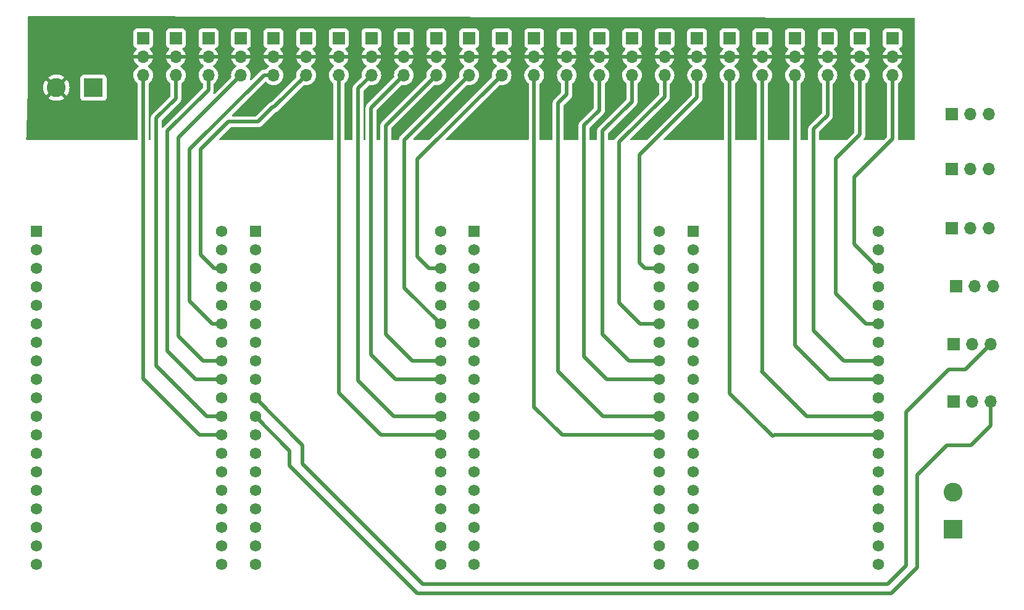
<source format=gbr>
%TF.GenerationSoftware,KiCad,Pcbnew,8.0.2-1*%
%TF.CreationDate,2025-01-01T20:34:54-05:00*%
%TF.ProjectId,C3P0_Controller,43335030-5f43-46f6-9e74-726f6c6c6572,rev?*%
%TF.SameCoordinates,Original*%
%TF.FileFunction,Copper,L2,Inr*%
%TF.FilePolarity,Positive*%
%FSLAX46Y46*%
G04 Gerber Fmt 4.6, Leading zero omitted, Abs format (unit mm)*
G04 Created by KiCad (PCBNEW 8.0.2-1) date 2025-01-01 20:34:54*
%MOMM*%
%LPD*%
G01*
G04 APERTURE LIST*
%TA.AperFunction,ComponentPad*%
%ADD10O,1.700000X1.700000*%
%TD*%
%TA.AperFunction,ComponentPad*%
%ADD11R,1.700000X1.700000*%
%TD*%
%TA.AperFunction,ComponentPad*%
%ADD12C,2.600000*%
%TD*%
%TA.AperFunction,ComponentPad*%
%ADD13R,2.600000X2.600000*%
%TD*%
%TA.AperFunction,ComponentPad*%
%ADD14R,1.560000X1.560000*%
%TD*%
%TA.AperFunction,ComponentPad*%
%ADD15C,1.560000*%
%TD*%
%TA.AperFunction,Conductor*%
%ADD16C,0.500000*%
%TD*%
G04 APERTURE END LIST*
D10*
%TO.N,MISC_2*%
%TO.C,J26*%
X214826000Y-106944000D03*
%TO.N,5V*%
X212286000Y-106944000D03*
D11*
%TO.N,GND*%
X209746000Y-106944000D03*
%TD*%
%TO.N,GND*%
%TO.C,J25*%
X209736000Y-99118000D03*
D10*
%TO.N,5V*%
X212276000Y-99118000D03*
%TO.N,MISC_1*%
X214816000Y-99118000D03*
%TD*%
D11*
%TO.N,GND*%
%TO.C,J24*%
X147708396Y-57099000D03*
D10*
%TO.N,SVR_PWR*%
X147708396Y-59639000D03*
%TO.N,SPR_2*%
X147708396Y-62179000D03*
%TD*%
%TO.N,SPR_1*%
%TO.C,J23*%
X143239215Y-62179000D03*
%TO.N,SVR_PWR*%
X143239215Y-59639000D03*
D11*
%TO.N,GND*%
X143239215Y-57099000D03*
%TD*%
D12*
%TO.N,5V*%
%TO.C,J51*%
X209591000Y-119425000D03*
D13*
%TO.N,GND*%
X209591000Y-124505000D03*
%TD*%
%TO.N,GND*%
%TO.C,J50*%
X91711000Y-63901000D03*
D12*
%TO.N,SVR_PWR*%
X86631000Y-63901000D03*
%TD*%
D11*
%TO.N,GND*%
%TO.C,J33*%
X209486000Y-83210000D03*
D10*
%TO.N,T_RX*%
X212026000Y-83210000D03*
%TO.N,T_TX*%
X214566000Y-83210000D03*
%TD*%
D11*
%TO.N,GND*%
%TO.C,J32*%
X209425834Y-67563500D03*
D10*
%TO.N,RA_RX*%
X211965834Y-67563500D03*
%TO.N,RA_TX*%
X214505834Y-67563500D03*
%TD*%
D11*
%TO.N,GND*%
%TO.C,J31*%
X210088668Y-91122000D03*
D10*
%TO.N,LA_RX*%
X212628668Y-91122000D03*
%TO.N,LA_TX*%
X215168668Y-91122000D03*
%TD*%
D11*
%TO.N,GND*%
%TO.C,J30*%
X209486000Y-75062000D03*
D10*
%TO.N,H_RX*%
X212026000Y-75062000D03*
%TO.N,H_TX*%
X214566000Y-75062000D03*
%TD*%
%TO.N,SRV_2*%
%TO.C,J2*%
X129831672Y-62179000D03*
%TO.N,SVR_PWR*%
X129831672Y-59639000D03*
D11*
%TO.N,GND*%
X129831672Y-57099000D03*
%TD*%
D10*
%TO.N,SRV_1*%
%TO.C,J1*%
X125362491Y-62179000D03*
%TO.N,SVR_PWR*%
X125362491Y-59639000D03*
D11*
%TO.N,GND*%
X125362491Y-57099000D03*
%TD*%
D10*
%TO.N,SRV_22*%
%TO.C,J22*%
X174523482Y-62179000D03*
%TO.N,SVR_PWR*%
X174523482Y-59639000D03*
D11*
%TO.N,GND*%
X174523482Y-57099000D03*
%TD*%
D10*
%TO.N,SRV_21*%
%TO.C,J21*%
X170054301Y-62179000D03*
%TO.N,SVR_PWR*%
X170054301Y-59639000D03*
D11*
%TO.N,GND*%
X170054301Y-57099000D03*
%TD*%
D10*
%TO.N,SRV_20*%
%TO.C,J20*%
X165585120Y-62179000D03*
%TO.N,SVR_PWR*%
X165585120Y-59639000D03*
D11*
%TO.N,GND*%
X165585120Y-57099000D03*
%TD*%
D10*
%TO.N,SRV_19*%
%TO.C,J19*%
X161115939Y-62179000D03*
%TO.N,SVR_PWR*%
X161115939Y-59639000D03*
D11*
%TO.N,GND*%
X161115939Y-57099000D03*
%TD*%
D10*
%TO.N,SRV_18*%
%TO.C,J18*%
X156646758Y-62179000D03*
%TO.N,SVR_PWR*%
X156646758Y-59639000D03*
D11*
%TO.N,GND*%
X156646758Y-57099000D03*
%TD*%
D10*
%TO.N,SRV_17*%
%TO.C,J17*%
X152177577Y-62179000D03*
%TO.N,SVR_PWR*%
X152177577Y-59639000D03*
D11*
%TO.N,GND*%
X152177577Y-57099000D03*
%TD*%
D10*
%TO.N,SRV_16*%
%TO.C,J16*%
X120893310Y-62179000D03*
%TO.N,SVR_PWR*%
X120893310Y-59639000D03*
D11*
%TO.N,GND*%
X120893310Y-57099000D03*
%TD*%
D10*
%TO.N,SRV_15*%
%TO.C,J15*%
X116424129Y-62179000D03*
%TO.N,SVR_PWR*%
X116424129Y-59639000D03*
D11*
%TO.N,GND*%
X116424129Y-57099000D03*
%TD*%
D10*
%TO.N,SRV_14*%
%TO.C,J14*%
X111954948Y-62179000D03*
%TO.N,SVR_PWR*%
X111954948Y-59639000D03*
D11*
%TO.N,GND*%
X111954948Y-57099000D03*
%TD*%
D10*
%TO.N,SRV_13*%
%TO.C,J13*%
X107485767Y-62179000D03*
%TO.N,SVR_PWR*%
X107485767Y-59639000D03*
D11*
%TO.N,GND*%
X107485767Y-57099000D03*
%TD*%
D10*
%TO.N,SRV_12*%
%TO.C,J12*%
X103016586Y-62179000D03*
%TO.N,SVR_PWR*%
X103016586Y-59639000D03*
D11*
%TO.N,GND*%
X103016586Y-57099000D03*
%TD*%
D10*
%TO.N,SRV_11*%
%TO.C,J11*%
X98547405Y-62179000D03*
%TO.N,SVR_PWR*%
X98547405Y-59639000D03*
D11*
%TO.N,GND*%
X98547405Y-57099000D03*
%TD*%
D10*
%TO.N,SRV_10*%
%TO.C,J10*%
X201338569Y-62179000D03*
%TO.N,SVR_PWR*%
X201338569Y-59639000D03*
D11*
%TO.N,GND*%
X201338569Y-57099000D03*
%TD*%
D10*
%TO.N,SRV_9*%
%TO.C,J9*%
X196869387Y-62179000D03*
%TO.N,SVR_PWR*%
X196869387Y-59639000D03*
D11*
%TO.N,GND*%
X196869387Y-57099000D03*
%TD*%
D10*
%TO.N,SRV_8*%
%TO.C,J8*%
X192400206Y-62179000D03*
%TO.N,SVR_PWR*%
X192400206Y-59639000D03*
D11*
%TO.N,GND*%
X192400206Y-57099000D03*
%TD*%
D10*
%TO.N,SRV_7*%
%TO.C,J7*%
X187931025Y-62179000D03*
%TO.N,SVR_PWR*%
X187931025Y-59639000D03*
D11*
%TO.N,GND*%
X187931025Y-57099000D03*
%TD*%
D10*
%TO.N,SRV_6*%
%TO.C,J6*%
X183461844Y-62179000D03*
%TO.N,SVR_PWR*%
X183461844Y-59639000D03*
D11*
%TO.N,GND*%
X183461844Y-57099000D03*
%TD*%
D10*
%TO.N,SRV_5*%
%TO.C,J5*%
X178992663Y-62179000D03*
%TO.N,SVR_PWR*%
X178992663Y-59639000D03*
D11*
%TO.N,GND*%
X178992663Y-57099000D03*
%TD*%
D10*
%TO.N,SRV_4*%
%TO.C,J4*%
X138770034Y-62179000D03*
%TO.N,SVR_PWR*%
X138770034Y-59639000D03*
D11*
%TO.N,GND*%
X138770034Y-57099000D03*
%TD*%
D14*
%TO.N,unconnected-(U4-3V3-PadJ2-1)*%
%TO.C,U4*%
X173963000Y-83611000D03*
D15*
%TO.N,unconnected-(U4-EN-PadJ2-2)*%
X173963000Y-86151000D03*
%TO.N,unconnected-(U4-SENSOR_VP-PadJ2-3)*%
X173963000Y-88691000D03*
%TO.N,unconnected-(U4-SENSOR_VN-PadJ2-4)*%
X173963000Y-91231000D03*
%TO.N,unconnected-(U4-IO34-PadJ2-5)*%
X173963000Y-93771000D03*
%TO.N,unconnected-(U4-IO35-PadJ2-6)*%
X173963000Y-96311000D03*
%TO.N,unconnected-(U4-IO32-PadJ2-7)*%
X173963000Y-98851000D03*
%TO.N,unconnected-(U4-IO33-PadJ2-8)*%
X173963000Y-101391000D03*
%TO.N,unconnected-(U4-IO25-PadJ2-9)*%
X173963000Y-103931000D03*
%TO.N,unconnected-(U4-IO26-PadJ2-10)*%
X173963000Y-106471000D03*
%TO.N,unconnected-(U4-IO27-PadJ2-11)*%
X173963000Y-109011000D03*
%TO.N,unconnected-(U4-IO14-PadJ2-12)*%
X173963000Y-111551000D03*
%TO.N,unconnected-(U4-IO12-PadJ2-13)*%
X173963000Y-114091000D03*
%TO.N,unconnected-(U4-GND1-PadJ2-14)*%
X173963000Y-116631000D03*
%TO.N,unconnected-(U4-IO13-PadJ2-15)*%
X173963000Y-119171000D03*
%TO.N,unconnected-(U4-SD2-PadJ2-16)*%
X173963000Y-121711000D03*
%TO.N,unconnected-(U4-SD3-PadJ2-17)*%
X173963000Y-124251000D03*
%TO.N,unconnected-(U4-CMD-PadJ2-18)*%
X173963000Y-126791000D03*
%TO.N,5V*%
X173963000Y-129331000D03*
%TO.N,GND*%
X199363000Y-83611000D03*
%TO.N,unconnected-(U4-IO23-PadJ3-2)*%
X199363000Y-86151000D03*
%TO.N,SRV_10*%
X199363000Y-88691000D03*
%TO.N,LA_TX*%
X199363000Y-91231000D03*
%TO.N,LA_RX*%
X199363000Y-93771000D03*
%TO.N,SRV_9*%
X199363000Y-96311000D03*
%TO.N,unconnected-(U4-GND2-PadJ3-7)*%
X199363000Y-98851000D03*
%TO.N,SRV_8*%
X199363000Y-101391000D03*
%TO.N,SRV_7*%
X199363000Y-103931000D03*
%TO.N,unconnected-(U4-IO5-PadJ3-10)*%
X199363000Y-106471000D03*
%TO.N,SRV_6*%
X199363000Y-109011000D03*
%TO.N,SRV_5*%
X199363000Y-111551000D03*
%TO.N,unconnected-(U4-IO4-PadJ3-13)*%
X199363000Y-114091000D03*
%TO.N,unconnected-(U4-IO0-PadJ3-14)*%
X199363000Y-116631000D03*
%TO.N,unconnected-(U4-IO2-PadJ3-15)*%
X199363000Y-119171000D03*
%TO.N,unconnected-(U4-IO15-PadJ3-16)*%
X199363000Y-121711000D03*
%TO.N,unconnected-(U4-SD1-PadJ3-17)*%
X199363000Y-124251000D03*
%TO.N,unconnected-(U4-SD0-PadJ3-18)*%
X199363000Y-126791000D03*
%TO.N,unconnected-(U4-CLK-PadJ3-19)*%
X199363000Y-129331000D03*
%TD*%
D14*
%TO.N,unconnected-(U3-3V3-PadJ2-1)*%
%TO.C,U3*%
X143938000Y-83611000D03*
D15*
%TO.N,unconnected-(U3-EN-PadJ2-2)*%
X143938000Y-86151000D03*
%TO.N,unconnected-(U3-SENSOR_VP-PadJ2-3)*%
X143938000Y-88691000D03*
%TO.N,unconnected-(U3-SENSOR_VN-PadJ2-4)*%
X143938000Y-91231000D03*
%TO.N,unconnected-(U3-IO34-PadJ2-5)*%
X143938000Y-93771000D03*
%TO.N,unconnected-(U3-IO35-PadJ2-6)*%
X143938000Y-96311000D03*
%TO.N,unconnected-(U3-IO32-PadJ2-7)*%
X143938000Y-98851000D03*
%TO.N,unconnected-(U3-IO33-PadJ2-8)*%
X143938000Y-101391000D03*
%TO.N,unconnected-(U3-IO25-PadJ2-9)*%
X143938000Y-103931000D03*
%TO.N,unconnected-(U3-IO26-PadJ2-10)*%
X143938000Y-106471000D03*
%TO.N,unconnected-(U3-IO27-PadJ2-11)*%
X143938000Y-109011000D03*
%TO.N,unconnected-(U3-IO14-PadJ2-12)*%
X143938000Y-111551000D03*
%TO.N,unconnected-(U3-IO12-PadJ2-13)*%
X143938000Y-114091000D03*
%TO.N,unconnected-(U3-GND1-PadJ2-14)*%
X143938000Y-116631000D03*
%TO.N,unconnected-(U3-IO13-PadJ2-15)*%
X143938000Y-119171000D03*
%TO.N,unconnected-(U3-SD2-PadJ2-16)*%
X143938000Y-121711000D03*
%TO.N,unconnected-(U3-SD3-PadJ2-17)*%
X143938000Y-124251000D03*
%TO.N,unconnected-(U3-CMD-PadJ2-18)*%
X143938000Y-126791000D03*
%TO.N,5V*%
X143938000Y-129331000D03*
%TO.N,GND*%
X169338000Y-83611000D03*
%TO.N,unconnected-(U3-IO23-PadJ3-2)*%
X169338000Y-86151000D03*
%TO.N,SRV_22*%
X169338000Y-88691000D03*
%TO.N,T_TX*%
X169338000Y-91231000D03*
%TO.N,T_RX*%
X169338000Y-93771000D03*
%TO.N,SRV_21*%
X169338000Y-96311000D03*
%TO.N,unconnected-(U3-GND2-PadJ3-7)*%
X169338000Y-98851000D03*
%TO.N,SRV_20*%
X169338000Y-101391000D03*
%TO.N,SRV_19*%
X169338000Y-103931000D03*
%TO.N,unconnected-(U3-IO5-PadJ3-10)*%
X169338000Y-106471000D03*
%TO.N,SRV_18*%
X169338000Y-109011000D03*
%TO.N,SRV_17*%
X169338000Y-111551000D03*
%TO.N,unconnected-(U3-IO4-PadJ3-13)*%
X169338000Y-114091000D03*
%TO.N,unconnected-(U3-IO0-PadJ3-14)*%
X169338000Y-116631000D03*
%TO.N,unconnected-(U3-IO2-PadJ3-15)*%
X169338000Y-119171000D03*
%TO.N,unconnected-(U3-IO15-PadJ3-16)*%
X169338000Y-121711000D03*
%TO.N,unconnected-(U3-SD1-PadJ3-17)*%
X169338000Y-124251000D03*
%TO.N,unconnected-(U3-SD0-PadJ3-18)*%
X169338000Y-126791000D03*
%TO.N,unconnected-(U3-CLK-PadJ3-19)*%
X169338000Y-129331000D03*
%TD*%
D14*
%TO.N,unconnected-(U2-3V3-PadJ2-1)*%
%TO.C,U2*%
X113913000Y-83611000D03*
D15*
%TO.N,unconnected-(U2-EN-PadJ2-2)*%
X113913000Y-86151000D03*
%TO.N,unconnected-(U2-SENSOR_VP-PadJ2-3)*%
X113913000Y-88691000D03*
%TO.N,unconnected-(U2-SENSOR_VN-PadJ2-4)*%
X113913000Y-91231000D03*
%TO.N,unconnected-(U2-IO34-PadJ2-5)*%
X113913000Y-93771000D03*
%TO.N,unconnected-(U2-IO35-PadJ2-6)*%
X113913000Y-96311000D03*
%TO.N,unconnected-(U2-IO32-PadJ2-7)*%
X113913000Y-98851000D03*
%TO.N,unconnected-(U2-IO33-PadJ2-8)*%
X113913000Y-101391000D03*
%TO.N,unconnected-(U2-IO25-PadJ2-9)*%
X113913000Y-103931000D03*
%TO.N,MISC_1*%
X113913000Y-106471000D03*
%TO.N,MISC_2*%
X113913000Y-109011000D03*
%TO.N,unconnected-(U2-IO14-PadJ2-12)*%
X113913000Y-111551000D03*
%TO.N,unconnected-(U2-IO12-PadJ2-13)*%
X113913000Y-114091000D03*
%TO.N,unconnected-(U2-GND1-PadJ2-14)*%
X113913000Y-116631000D03*
%TO.N,unconnected-(U2-IO13-PadJ2-15)*%
X113913000Y-119171000D03*
%TO.N,unconnected-(U2-SD2-PadJ2-16)*%
X113913000Y-121711000D03*
%TO.N,unconnected-(U2-SD3-PadJ2-17)*%
X113913000Y-124251000D03*
%TO.N,unconnected-(U2-CMD-PadJ2-18)*%
X113913000Y-126791000D03*
%TO.N,5V*%
X113913000Y-129331000D03*
%TO.N,GND*%
X139313000Y-83611000D03*
%TO.N,unconnected-(U2-IO23-PadJ3-2)*%
X139313000Y-86151000D03*
%TO.N,SPR_2*%
X139313000Y-88691000D03*
%TO.N,H_TX*%
X139313000Y-91231000D03*
%TO.N,H_RX*%
X139313000Y-93771000D03*
%TO.N,SPR_1*%
X139313000Y-96311000D03*
%TO.N,unconnected-(U2-GND2-PadJ3-7)*%
X139313000Y-98851000D03*
%TO.N,SRV_4*%
X139313000Y-101391000D03*
%TO.N,SRV_3*%
X139313000Y-103931000D03*
%TO.N,unconnected-(U2-IO5-PadJ3-10)*%
X139313000Y-106471000D03*
%TO.N,SRV_2*%
X139313000Y-109011000D03*
%TO.N,SRV_1*%
X139313000Y-111551000D03*
%TO.N,unconnected-(U2-IO4-PadJ3-13)*%
X139313000Y-114091000D03*
%TO.N,unconnected-(U2-IO0-PadJ3-14)*%
X139313000Y-116631000D03*
%TO.N,unconnected-(U2-IO2-PadJ3-15)*%
X139313000Y-119171000D03*
%TO.N,unconnected-(U2-IO15-PadJ3-16)*%
X139313000Y-121711000D03*
%TO.N,unconnected-(U2-SD1-PadJ3-17)*%
X139313000Y-124251000D03*
%TO.N,unconnected-(U2-SD0-PadJ3-18)*%
X139313000Y-126791000D03*
%TO.N,unconnected-(U2-CLK-PadJ3-19)*%
X139313000Y-129331000D03*
%TD*%
D14*
%TO.N,unconnected-(U1-3V3-PadJ2-1)*%
%TO.C,U1*%
X83888000Y-83611000D03*
D15*
%TO.N,unconnected-(U1-EN-PadJ2-2)*%
X83888000Y-86151000D03*
%TO.N,unconnected-(U1-SENSOR_VP-PadJ2-3)*%
X83888000Y-88691000D03*
%TO.N,unconnected-(U1-SENSOR_VN-PadJ2-4)*%
X83888000Y-91231000D03*
%TO.N,unconnected-(U1-IO34-PadJ2-5)*%
X83888000Y-93771000D03*
%TO.N,unconnected-(U1-IO35-PadJ2-6)*%
X83888000Y-96311000D03*
%TO.N,unconnected-(U1-IO32-PadJ2-7)*%
X83888000Y-98851000D03*
%TO.N,unconnected-(U1-IO33-PadJ2-8)*%
X83888000Y-101391000D03*
%TO.N,unconnected-(U1-IO25-PadJ2-9)*%
X83888000Y-103931000D03*
%TO.N,unconnected-(U1-IO26-PadJ2-10)*%
X83888000Y-106471000D03*
%TO.N,unconnected-(U1-IO27-PadJ2-11)*%
X83888000Y-109011000D03*
%TO.N,unconnected-(U1-IO14-PadJ2-12)*%
X83888000Y-111551000D03*
%TO.N,unconnected-(U1-IO12-PadJ2-13)*%
X83888000Y-114091000D03*
%TO.N,unconnected-(U1-GND1-PadJ2-14)*%
X83888000Y-116631000D03*
%TO.N,unconnected-(U1-IO13-PadJ2-15)*%
X83888000Y-119171000D03*
%TO.N,unconnected-(U1-SD2-PadJ2-16)*%
X83888000Y-121711000D03*
%TO.N,unconnected-(U1-SD3-PadJ2-17)*%
X83888000Y-124251000D03*
%TO.N,unconnected-(U1-CMD-PadJ2-18)*%
X83888000Y-126791000D03*
%TO.N,5V*%
X83888000Y-129331000D03*
%TO.N,GND*%
X109288000Y-83611000D03*
%TO.N,unconnected-(U1-IO23-PadJ3-2)*%
X109288000Y-86151000D03*
%TO.N,SRV_16*%
X109288000Y-88691000D03*
%TO.N,RA_TX*%
X109288000Y-91231000D03*
%TO.N,RA_RX*%
X109288000Y-93771000D03*
%TO.N,SRV_15*%
X109288000Y-96311000D03*
%TO.N,unconnected-(U1-GND2-PadJ3-7)*%
X109288000Y-98851000D03*
%TO.N,SRV_14*%
X109288000Y-101391000D03*
%TO.N,SRV_13*%
X109288000Y-103931000D03*
%TO.N,unconnected-(U1-IO5-PadJ3-10)*%
X109288000Y-106471000D03*
%TO.N,SRV_12*%
X109288000Y-109011000D03*
%TO.N,SRV_11*%
X109288000Y-111551000D03*
%TO.N,unconnected-(U1-IO4-PadJ3-13)*%
X109288000Y-114091000D03*
%TO.N,unconnected-(U1-IO0-PadJ3-14)*%
X109288000Y-116631000D03*
%TO.N,unconnected-(U1-IO2-PadJ3-15)*%
X109288000Y-119171000D03*
%TO.N,unconnected-(U1-IO15-PadJ3-16)*%
X109288000Y-121711000D03*
%TO.N,unconnected-(U1-SD1-PadJ3-17)*%
X109288000Y-124251000D03*
%TO.N,unconnected-(U1-SD0-PadJ3-18)*%
X109288000Y-126791000D03*
%TO.N,unconnected-(U1-CLK-PadJ3-19)*%
X109288000Y-129331000D03*
%TD*%
D10*
%TO.N,SRV_3*%
%TO.C,J3*%
X134300853Y-62179000D03*
%TO.N,SVR_PWR*%
X134300853Y-59639000D03*
D11*
%TO.N,GND*%
X134300853Y-57099000D03*
%TD*%
D16*
%TO.N,MISC_2*%
X113913000Y-109011000D02*
X118618000Y-113716000D01*
X118618000Y-113716000D02*
X118618000Y-115824000D01*
X208788000Y-113030000D02*
X212090000Y-113030000D01*
X118618000Y-115824000D02*
X136144000Y-133350000D01*
X136144000Y-133350000D02*
X201168000Y-133350000D01*
X201168000Y-133350000D02*
X204724000Y-129794000D01*
X204724000Y-129794000D02*
X204724000Y-117094000D01*
X212090000Y-113030000D02*
X214826000Y-110294000D01*
X214826000Y-110294000D02*
X214826000Y-106944000D01*
X204724000Y-117094000D02*
X208788000Y-113030000D01*
%TO.N,MISC_1*%
X214816000Y-99118000D02*
X211318000Y-102616000D01*
X209042000Y-102616000D02*
X203200000Y-108458000D01*
X120396000Y-115570000D02*
X120396000Y-112954000D01*
X203200000Y-129540000D02*
X200660000Y-132080000D01*
X211318000Y-102616000D02*
X209042000Y-102616000D01*
X203200000Y-108458000D02*
X203200000Y-129540000D01*
X200660000Y-132080000D02*
X136906000Y-132080000D01*
X136906000Y-132080000D02*
X120396000Y-115570000D01*
X120396000Y-112954000D02*
X113913000Y-106471000D01*
%TO.N,SRV_9*%
X196869387Y-62179000D02*
X196869387Y-70338613D01*
X196869387Y-70338613D02*
X193548000Y-73660000D01*
X193548000Y-73660000D02*
X193548000Y-92202000D01*
X197657000Y-96311000D02*
X199363000Y-96311000D01*
X193548000Y-92202000D02*
X197657000Y-96311000D01*
%TO.N,SRV_10*%
X201338569Y-62179000D02*
X201338569Y-70949431D01*
X201338569Y-70949431D02*
X196088000Y-76200000D01*
X196088000Y-76200000D02*
X196088000Y-85416000D01*
X196088000Y-85416000D02*
X199363000Y-88691000D01*
%TO.N,SRV_8*%
X190500000Y-69596000D02*
X190500000Y-97282000D01*
X192400206Y-62179000D02*
X192400206Y-67695794D01*
X192400206Y-67695794D02*
X190500000Y-69596000D01*
X190500000Y-97282000D02*
X194609000Y-101391000D01*
X194609000Y-101391000D02*
X199363000Y-101391000D01*
%TO.N,SRV_7*%
X187931025Y-62179000D02*
X187931025Y-99285025D01*
X192577000Y-103931000D02*
X199363000Y-103931000D01*
X187931025Y-99285025D02*
X192577000Y-103931000D01*
%TO.N,SRV_6*%
X183461844Y-102796156D02*
X183388000Y-102870000D01*
X183388000Y-102870000D02*
X189529000Y-109011000D01*
X183461844Y-62179000D02*
X183461844Y-102796156D01*
X189529000Y-109011000D02*
X199363000Y-109011000D01*
%TO.N,SRV_5*%
X178992663Y-105840663D02*
X184912000Y-111760000D01*
X178992663Y-62179000D02*
X178992663Y-105840663D01*
X184912000Y-111760000D02*
X185121000Y-111551000D01*
X185121000Y-111551000D02*
X199363000Y-111551000D01*
%TO.N,SRV_18*%
X156646758Y-62179000D02*
X156646758Y-64841242D01*
X156646758Y-64841242D02*
X155448000Y-66040000D01*
X155448000Y-66040000D02*
X155448000Y-102870000D01*
X155448000Y-102870000D02*
X161589000Y-109011000D01*
X161589000Y-109011000D02*
X169338000Y-109011000D01*
%TO.N,SRV_21*%
X170054301Y-62179000D02*
X170054301Y-65149699D01*
X170054301Y-65149699D02*
X163830000Y-71374000D01*
X163830000Y-71374000D02*
X163830000Y-93472000D01*
X163830000Y-93472000D02*
X166669000Y-96311000D01*
X166669000Y-96311000D02*
X169338000Y-96311000D01*
%TO.N,SRV_22*%
X174523482Y-62179000D02*
X174523482Y-65252518D01*
X174523482Y-65252518D02*
X166624000Y-73152000D01*
X166624000Y-73152000D02*
X166624000Y-87946500D01*
X167368500Y-88691000D02*
X169338000Y-88691000D01*
X166624000Y-87946500D02*
X167368500Y-88691000D01*
%TO.N,SRV_20*%
X165585120Y-62179000D02*
X165585120Y-65808880D01*
X165585120Y-65808880D02*
X161544000Y-69850000D01*
X161544000Y-69850000D02*
X161544000Y-97790000D01*
X161544000Y-97790000D02*
X165145000Y-101391000D01*
X165145000Y-101391000D02*
X169338000Y-101391000D01*
%TO.N,SRV_19*%
X161115939Y-62179000D02*
X161115939Y-66976061D01*
X161115939Y-66976061D02*
X159004000Y-69088000D01*
X159004000Y-69088000D02*
X159004000Y-100838000D01*
X162097000Y-103931000D02*
X169338000Y-103931000D01*
X159004000Y-100838000D02*
X162097000Y-103931000D01*
%TO.N,SRV_17*%
X152177577Y-62179000D02*
X152177577Y-107727577D01*
X152177577Y-107727577D02*
X156001000Y-111551000D01*
X156001000Y-111551000D02*
X169338000Y-111551000D01*
%TO.N,SPR_2*%
X147708396Y-62179000D02*
X136144000Y-73743396D01*
X136144000Y-73743396D02*
X136144000Y-87122000D01*
X136144000Y-87122000D02*
X137713000Y-88691000D01*
X137713000Y-88691000D02*
X139313000Y-88691000D01*
%TO.N,SRV_2*%
X129831672Y-62179000D02*
X128016000Y-63994672D01*
X128016000Y-63994672D02*
X128016000Y-104140000D01*
X128016000Y-104140000D02*
X132887000Y-109011000D01*
X132887000Y-109011000D02*
X139313000Y-109011000D01*
%TO.N,SRV_4*%
X138770034Y-62179000D02*
X131826000Y-69123034D01*
X131826000Y-69123034D02*
X131826000Y-97790000D01*
X131826000Y-97790000D02*
X135427000Y-101391000D01*
X135427000Y-101391000D02*
X139313000Y-101391000D01*
%TO.N,SPR_1*%
X143239215Y-62179000D02*
X134366000Y-71052215D01*
X134366000Y-71052215D02*
X134366000Y-91364000D01*
X134366000Y-91364000D02*
X139313000Y-96311000D01*
%TO.N,SRV_3*%
X134300853Y-62179000D02*
X129794000Y-66685853D01*
X129794000Y-66685853D02*
X129794000Y-100584000D01*
X129794000Y-100584000D02*
X133141000Y-103931000D01*
X133141000Y-103931000D02*
X139313000Y-103931000D01*
%TO.N,SRV_1*%
X125362491Y-62179000D02*
X125362491Y-105804491D01*
X131109000Y-111551000D02*
X139313000Y-111551000D01*
X125362491Y-105804491D02*
X131109000Y-111551000D01*
%TO.N,SRV_16*%
X120893310Y-62179000D02*
X116524310Y-66548000D01*
X106426000Y-86868000D02*
X108249000Y-88691000D01*
X114300000Y-68580000D02*
X110236000Y-68580000D01*
X116524310Y-66548000D02*
X116332000Y-66548000D01*
X116332000Y-66548000D02*
X114300000Y-68580000D01*
X110236000Y-68580000D02*
X106426000Y-72390000D01*
X106426000Y-72390000D02*
X106426000Y-86868000D01*
X108249000Y-88691000D02*
X109288000Y-88691000D01*
%TO.N,SRV_15*%
X116424129Y-62179000D02*
X115113000Y-62179000D01*
X115113000Y-62179000D02*
X104902000Y-72390000D01*
X107995000Y-96311000D02*
X109288000Y-96311000D01*
X104902000Y-72390000D02*
X104902000Y-93218000D01*
X104902000Y-93218000D02*
X107995000Y-96311000D01*
%TO.N,SRV_14*%
X111954948Y-62179000D02*
X103378000Y-70755948D01*
X103378000Y-98044000D02*
X106725000Y-101391000D01*
X106725000Y-101391000D02*
X109288000Y-101391000D01*
X103378000Y-70755948D02*
X103378000Y-98044000D01*
%TO.N,SRV_13*%
X107485767Y-62179000D02*
X107485767Y-64218233D01*
X101854000Y-100076000D02*
X105709000Y-103931000D01*
X107485767Y-64218233D02*
X101854000Y-69850000D01*
X101854000Y-69850000D02*
X101854000Y-100076000D01*
X105709000Y-103931000D02*
X109288000Y-103931000D01*
%TO.N,SRV_12*%
X103016586Y-62179000D02*
X103016586Y-65385414D01*
X103016586Y-65385414D02*
X100330000Y-68072000D01*
X100330000Y-68072000D02*
X100330000Y-102108000D01*
X100330000Y-102108000D02*
X107233000Y-109011000D01*
X107233000Y-109011000D02*
X109288000Y-109011000D01*
%TO.N,SRV_11*%
X98547405Y-62179000D02*
X98547405Y-103881405D01*
X106217000Y-111551000D02*
X109288000Y-111551000D01*
X98547405Y-103881405D02*
X106217000Y-111551000D01*
%TD*%
%TA.AperFunction,Conductor*%
%TO.N,SVR_PWR*%
G36*
X204287209Y-54304741D02*
G01*
X204354205Y-54324566D01*
X204399850Y-54377465D01*
X204410948Y-54428741D01*
X204410948Y-70945000D01*
X204391263Y-71012039D01*
X204338459Y-71057794D01*
X204286948Y-71069000D01*
X202213069Y-71069000D01*
X202146030Y-71049315D01*
X202100275Y-70996511D01*
X202089069Y-70945000D01*
X202089069Y-63366700D01*
X202108754Y-63299661D01*
X202141944Y-63265126D01*
X202209970Y-63217495D01*
X202377064Y-63050401D01*
X202512604Y-62856830D01*
X202612472Y-62642663D01*
X202673632Y-62414408D01*
X202694228Y-62179000D01*
X202673632Y-61943592D01*
X202612472Y-61715337D01*
X202512604Y-61501171D01*
X202505119Y-61490480D01*
X202377063Y-61307597D01*
X202209971Y-61140506D01*
X202209970Y-61140505D01*
X202023974Y-61010269D01*
X201980350Y-60955692D01*
X201973157Y-60886193D01*
X202004679Y-60823839D01*
X202023974Y-60807119D01*
X202209651Y-60677105D01*
X202376674Y-60510082D01*
X202512169Y-60316578D01*
X202611998Y-60102492D01*
X202612001Y-60102486D01*
X202669205Y-59889000D01*
X201771581Y-59889000D01*
X201804494Y-59831993D01*
X201838569Y-59704826D01*
X201838569Y-59573174D01*
X201804494Y-59446007D01*
X201771581Y-59389000D01*
X202669205Y-59389000D01*
X202669204Y-59388999D01*
X202612001Y-59175513D01*
X202611998Y-59175507D01*
X202512169Y-58961422D01*
X202512168Y-58961420D01*
X202376682Y-58767926D01*
X202376677Y-58767920D01*
X202254622Y-58645865D01*
X202221137Y-58584542D01*
X202226121Y-58514850D01*
X202267993Y-58458917D01*
X202298969Y-58442002D01*
X202430900Y-58392796D01*
X202546115Y-58306546D01*
X202632365Y-58191331D01*
X202682660Y-58056483D01*
X202689069Y-57996873D01*
X202689068Y-56201128D01*
X202682660Y-56141517D01*
X202632365Y-56006669D01*
X202632364Y-56006668D01*
X202632362Y-56006664D01*
X202546116Y-55891455D01*
X202546113Y-55891452D01*
X202430904Y-55805206D01*
X202430897Y-55805202D01*
X202296051Y-55754908D01*
X202296052Y-55754908D01*
X202236452Y-55748501D01*
X202236450Y-55748500D01*
X202236442Y-55748500D01*
X202236433Y-55748500D01*
X200440698Y-55748500D01*
X200440692Y-55748501D01*
X200381085Y-55754908D01*
X200246240Y-55805202D01*
X200246233Y-55805206D01*
X200131024Y-55891452D01*
X200131021Y-55891455D01*
X200044775Y-56006664D01*
X200044771Y-56006671D01*
X199994477Y-56141517D01*
X199988070Y-56201116D01*
X199988070Y-56201123D01*
X199988069Y-56201135D01*
X199988069Y-57996870D01*
X199988070Y-57996876D01*
X199994477Y-58056483D01*
X200044771Y-58191328D01*
X200044775Y-58191335D01*
X200131021Y-58306544D01*
X200131024Y-58306547D01*
X200246233Y-58392793D01*
X200246240Y-58392797D01*
X200246243Y-58392798D01*
X200378167Y-58442002D01*
X200434100Y-58483873D01*
X200458518Y-58549337D01*
X200443667Y-58617610D01*
X200422516Y-58645865D01*
X200300455Y-58767926D01*
X200164969Y-58961420D01*
X200164968Y-58961422D01*
X200065139Y-59175507D01*
X200065136Y-59175513D01*
X200007933Y-59388999D01*
X200007933Y-59389000D01*
X200905557Y-59389000D01*
X200872644Y-59446007D01*
X200838569Y-59573174D01*
X200838569Y-59704826D01*
X200872644Y-59831993D01*
X200905557Y-59889000D01*
X200007933Y-59889000D01*
X200065136Y-60102486D01*
X200065139Y-60102492D01*
X200164968Y-60316578D01*
X200300463Y-60510082D01*
X200467486Y-60677105D01*
X200653164Y-60807119D01*
X200696788Y-60861696D01*
X200703981Y-60931195D01*
X200672459Y-60993549D01*
X200653164Y-61010269D01*
X200467163Y-61140508D01*
X200300074Y-61307597D01*
X200164534Y-61501169D01*
X200164533Y-61501171D01*
X200064667Y-61715335D01*
X200064663Y-61715344D01*
X200003507Y-61943586D01*
X200003505Y-61943596D01*
X199982910Y-62178999D01*
X199982910Y-62179000D01*
X200003505Y-62414403D01*
X200003507Y-62414413D01*
X200064663Y-62642655D01*
X200064665Y-62642659D01*
X200064666Y-62642663D01*
X200109802Y-62739457D01*
X200164534Y-62856830D01*
X200164536Y-62856834D01*
X200300070Y-63050395D01*
X200300075Y-63050402D01*
X200467164Y-63217492D01*
X200467167Y-63217494D01*
X200467168Y-63217495D01*
X200535192Y-63265125D01*
X200578817Y-63319701D01*
X200588069Y-63366700D01*
X200588069Y-70587201D01*
X200568384Y-70654240D01*
X200551750Y-70674882D01*
X200193951Y-71032681D01*
X200132628Y-71066166D01*
X200106270Y-71069000D01*
X197499729Y-71069000D01*
X197432690Y-71049315D01*
X197386935Y-70996511D01*
X197376991Y-70927353D01*
X197406016Y-70863797D01*
X197412048Y-70857319D01*
X197452339Y-70817028D01*
X197479592Y-70776240D01*
X197534471Y-70694108D01*
X197584305Y-70573799D01*
X197591046Y-70557525D01*
X197619887Y-70412530D01*
X197619887Y-70264695D01*
X197619887Y-63366700D01*
X197639572Y-63299661D01*
X197672762Y-63265126D01*
X197740788Y-63217495D01*
X197907882Y-63050401D01*
X198043422Y-62856830D01*
X198143290Y-62642663D01*
X198204450Y-62414408D01*
X198225046Y-62179000D01*
X198204450Y-61943592D01*
X198143290Y-61715337D01*
X198043422Y-61501171D01*
X198035937Y-61490480D01*
X197907881Y-61307597D01*
X197740789Y-61140506D01*
X197740788Y-61140505D01*
X197554792Y-61010269D01*
X197511168Y-60955692D01*
X197503975Y-60886193D01*
X197535497Y-60823839D01*
X197554792Y-60807119D01*
X197740469Y-60677105D01*
X197907492Y-60510082D01*
X198042987Y-60316578D01*
X198142816Y-60102492D01*
X198142819Y-60102486D01*
X198200023Y-59889000D01*
X197302399Y-59889000D01*
X197335312Y-59831993D01*
X197369387Y-59704826D01*
X197369387Y-59573174D01*
X197335312Y-59446007D01*
X197302399Y-59389000D01*
X198200023Y-59389000D01*
X198200022Y-59388999D01*
X198142819Y-59175513D01*
X198142816Y-59175507D01*
X198042987Y-58961422D01*
X198042986Y-58961420D01*
X197907500Y-58767926D01*
X197907495Y-58767920D01*
X197785440Y-58645865D01*
X197751955Y-58584542D01*
X197756939Y-58514850D01*
X197798811Y-58458917D01*
X197829787Y-58442002D01*
X197961718Y-58392796D01*
X198076933Y-58306546D01*
X198163183Y-58191331D01*
X198213478Y-58056483D01*
X198219887Y-57996873D01*
X198219886Y-56201128D01*
X198213478Y-56141517D01*
X198163183Y-56006669D01*
X198163182Y-56006668D01*
X198163180Y-56006664D01*
X198076934Y-55891455D01*
X198076931Y-55891452D01*
X197961722Y-55805206D01*
X197961715Y-55805202D01*
X197826869Y-55754908D01*
X197826870Y-55754908D01*
X197767270Y-55748501D01*
X197767268Y-55748500D01*
X197767260Y-55748500D01*
X197767251Y-55748500D01*
X195971516Y-55748500D01*
X195971510Y-55748501D01*
X195911903Y-55754908D01*
X195777058Y-55805202D01*
X195777051Y-55805206D01*
X195661842Y-55891452D01*
X195661839Y-55891455D01*
X195575593Y-56006664D01*
X195575589Y-56006671D01*
X195525295Y-56141517D01*
X195518888Y-56201116D01*
X195518888Y-56201123D01*
X195518887Y-56201135D01*
X195518887Y-57996870D01*
X195518888Y-57996876D01*
X195525295Y-58056483D01*
X195575589Y-58191328D01*
X195575593Y-58191335D01*
X195661839Y-58306544D01*
X195661842Y-58306547D01*
X195777051Y-58392793D01*
X195777058Y-58392797D01*
X195777061Y-58392798D01*
X195908985Y-58442002D01*
X195964918Y-58483873D01*
X195989336Y-58549337D01*
X195974485Y-58617610D01*
X195953334Y-58645865D01*
X195831273Y-58767926D01*
X195695787Y-58961420D01*
X195695786Y-58961422D01*
X195595957Y-59175507D01*
X195595954Y-59175513D01*
X195538751Y-59388999D01*
X195538751Y-59389000D01*
X196436375Y-59389000D01*
X196403462Y-59446007D01*
X196369387Y-59573174D01*
X196369387Y-59704826D01*
X196403462Y-59831993D01*
X196436375Y-59889000D01*
X195538751Y-59889000D01*
X195595954Y-60102486D01*
X195595957Y-60102492D01*
X195695786Y-60316578D01*
X195831281Y-60510082D01*
X195998304Y-60677105D01*
X196183982Y-60807119D01*
X196227606Y-60861696D01*
X196234799Y-60931195D01*
X196203277Y-60993549D01*
X196183982Y-61010269D01*
X195997981Y-61140508D01*
X195830892Y-61307597D01*
X195695352Y-61501169D01*
X195695351Y-61501171D01*
X195595485Y-61715335D01*
X195595481Y-61715344D01*
X195534325Y-61943586D01*
X195534323Y-61943596D01*
X195513728Y-62178999D01*
X195513728Y-62179000D01*
X195534323Y-62414403D01*
X195534325Y-62414413D01*
X195595481Y-62642655D01*
X195595483Y-62642659D01*
X195595484Y-62642663D01*
X195640620Y-62739457D01*
X195695352Y-62856830D01*
X195695354Y-62856834D01*
X195830888Y-63050395D01*
X195830893Y-63050402D01*
X195997982Y-63217492D01*
X195997985Y-63217494D01*
X195997986Y-63217495D01*
X196066010Y-63265125D01*
X196109635Y-63319701D01*
X196118887Y-63366700D01*
X196118887Y-69976383D01*
X196099202Y-70043422D01*
X196082568Y-70064064D01*
X195113951Y-71032681D01*
X195052628Y-71066166D01*
X195026270Y-71069000D01*
X191374500Y-71069000D01*
X191307461Y-71049315D01*
X191261706Y-70996511D01*
X191250500Y-70945000D01*
X191250500Y-69958229D01*
X191270185Y-69891190D01*
X191286819Y-69870548D01*
X192983155Y-68174212D01*
X192983157Y-68174210D01*
X193031684Y-68101584D01*
X193065290Y-68051289D01*
X193121864Y-67914707D01*
X193134121Y-67853087D01*
X193150706Y-67769714D01*
X193150706Y-63366700D01*
X193170391Y-63299661D01*
X193203581Y-63265126D01*
X193271607Y-63217495D01*
X193438701Y-63050401D01*
X193574241Y-62856830D01*
X193674109Y-62642663D01*
X193735269Y-62414408D01*
X193755865Y-62179000D01*
X193735269Y-61943592D01*
X193674109Y-61715337D01*
X193574241Y-61501171D01*
X193566756Y-61490480D01*
X193438700Y-61307597D01*
X193271608Y-61140506D01*
X193271607Y-61140505D01*
X193085611Y-61010269D01*
X193041987Y-60955692D01*
X193034794Y-60886193D01*
X193066316Y-60823839D01*
X193085611Y-60807119D01*
X193271288Y-60677105D01*
X193438311Y-60510082D01*
X193573806Y-60316578D01*
X193673635Y-60102492D01*
X193673638Y-60102486D01*
X193730842Y-59889000D01*
X192833218Y-59889000D01*
X192866131Y-59831993D01*
X192900206Y-59704826D01*
X192900206Y-59573174D01*
X192866131Y-59446007D01*
X192833218Y-59389000D01*
X193730842Y-59389000D01*
X193730841Y-59388999D01*
X193673638Y-59175513D01*
X193673635Y-59175507D01*
X193573806Y-58961422D01*
X193573805Y-58961420D01*
X193438319Y-58767926D01*
X193438314Y-58767920D01*
X193316259Y-58645865D01*
X193282774Y-58584542D01*
X193287758Y-58514850D01*
X193329630Y-58458917D01*
X193360606Y-58442002D01*
X193492537Y-58392796D01*
X193607752Y-58306546D01*
X193694002Y-58191331D01*
X193744297Y-58056483D01*
X193750706Y-57996873D01*
X193750705Y-56201128D01*
X193744297Y-56141517D01*
X193694002Y-56006669D01*
X193694001Y-56006668D01*
X193693999Y-56006664D01*
X193607753Y-55891455D01*
X193607750Y-55891452D01*
X193492541Y-55805206D01*
X193492534Y-55805202D01*
X193357688Y-55754908D01*
X193357689Y-55754908D01*
X193298089Y-55748501D01*
X193298087Y-55748500D01*
X193298079Y-55748500D01*
X193298070Y-55748500D01*
X191502335Y-55748500D01*
X191502329Y-55748501D01*
X191442722Y-55754908D01*
X191307877Y-55805202D01*
X191307870Y-55805206D01*
X191192661Y-55891452D01*
X191192658Y-55891455D01*
X191106412Y-56006664D01*
X191106408Y-56006671D01*
X191056114Y-56141517D01*
X191049707Y-56201116D01*
X191049707Y-56201123D01*
X191049706Y-56201135D01*
X191049706Y-57996870D01*
X191049707Y-57996876D01*
X191056114Y-58056483D01*
X191106408Y-58191328D01*
X191106412Y-58191335D01*
X191192658Y-58306544D01*
X191192661Y-58306547D01*
X191307870Y-58392793D01*
X191307877Y-58392797D01*
X191307880Y-58392798D01*
X191439804Y-58442002D01*
X191495737Y-58483873D01*
X191520155Y-58549337D01*
X191505304Y-58617610D01*
X191484153Y-58645865D01*
X191362092Y-58767926D01*
X191226606Y-58961420D01*
X191226605Y-58961422D01*
X191126776Y-59175507D01*
X191126773Y-59175513D01*
X191069570Y-59388999D01*
X191069570Y-59389000D01*
X191967194Y-59389000D01*
X191934281Y-59446007D01*
X191900206Y-59573174D01*
X191900206Y-59704826D01*
X191934281Y-59831993D01*
X191967194Y-59889000D01*
X191069570Y-59889000D01*
X191126773Y-60102486D01*
X191126776Y-60102492D01*
X191226605Y-60316578D01*
X191362100Y-60510082D01*
X191529123Y-60677105D01*
X191714801Y-60807119D01*
X191758425Y-60861696D01*
X191765618Y-60931195D01*
X191734096Y-60993549D01*
X191714801Y-61010269D01*
X191528800Y-61140508D01*
X191361711Y-61307597D01*
X191226171Y-61501169D01*
X191226170Y-61501171D01*
X191126304Y-61715335D01*
X191126300Y-61715344D01*
X191065144Y-61943586D01*
X191065142Y-61943596D01*
X191044547Y-62178999D01*
X191044547Y-62179000D01*
X191065142Y-62414403D01*
X191065144Y-62414413D01*
X191126300Y-62642655D01*
X191126302Y-62642659D01*
X191126303Y-62642663D01*
X191171439Y-62739457D01*
X191226171Y-62856830D01*
X191226173Y-62856834D01*
X191361707Y-63050395D01*
X191361712Y-63050402D01*
X191528801Y-63217492D01*
X191528804Y-63217494D01*
X191528805Y-63217495D01*
X191596829Y-63265125D01*
X191640454Y-63319701D01*
X191649706Y-63366700D01*
X191649706Y-67333564D01*
X191630021Y-67400603D01*
X191613387Y-67421245D01*
X189917047Y-69117584D01*
X189917045Y-69117586D01*
X189895379Y-69150013D01*
X189886735Y-69162952D01*
X189860736Y-69201861D01*
X189834914Y-69240507D01*
X189778343Y-69377082D01*
X189778340Y-69377092D01*
X189749500Y-69522079D01*
X189749500Y-70945000D01*
X189729815Y-71012039D01*
X189677011Y-71057794D01*
X189625500Y-71069000D01*
X188805525Y-71069000D01*
X188738486Y-71049315D01*
X188692731Y-70996511D01*
X188681525Y-70945000D01*
X188681525Y-63366700D01*
X188701210Y-63299661D01*
X188734400Y-63265126D01*
X188802426Y-63217495D01*
X188969520Y-63050401D01*
X189105060Y-62856830D01*
X189204928Y-62642663D01*
X189266088Y-62414408D01*
X189286684Y-62179000D01*
X189266088Y-61943592D01*
X189204928Y-61715337D01*
X189105060Y-61501171D01*
X189097575Y-61490480D01*
X188969519Y-61307597D01*
X188802427Y-61140506D01*
X188802426Y-61140505D01*
X188616430Y-61010269D01*
X188572806Y-60955692D01*
X188565613Y-60886193D01*
X188597135Y-60823839D01*
X188616430Y-60807119D01*
X188802107Y-60677105D01*
X188969130Y-60510082D01*
X189104625Y-60316578D01*
X189204454Y-60102492D01*
X189204457Y-60102486D01*
X189261661Y-59889000D01*
X188364037Y-59889000D01*
X188396950Y-59831993D01*
X188431025Y-59704826D01*
X188431025Y-59573174D01*
X188396950Y-59446007D01*
X188364037Y-59389000D01*
X189261661Y-59389000D01*
X189261660Y-59388999D01*
X189204457Y-59175513D01*
X189204454Y-59175507D01*
X189104625Y-58961422D01*
X189104624Y-58961420D01*
X188969138Y-58767926D01*
X188969133Y-58767920D01*
X188847078Y-58645865D01*
X188813593Y-58584542D01*
X188818577Y-58514850D01*
X188860449Y-58458917D01*
X188891425Y-58442002D01*
X189023356Y-58392796D01*
X189138571Y-58306546D01*
X189224821Y-58191331D01*
X189275116Y-58056483D01*
X189281525Y-57996873D01*
X189281524Y-56201128D01*
X189275116Y-56141517D01*
X189224821Y-56006669D01*
X189224820Y-56006668D01*
X189224818Y-56006664D01*
X189138572Y-55891455D01*
X189138569Y-55891452D01*
X189023360Y-55805206D01*
X189023353Y-55805202D01*
X188888507Y-55754908D01*
X188888508Y-55754908D01*
X188828908Y-55748501D01*
X188828906Y-55748500D01*
X188828898Y-55748500D01*
X188828889Y-55748500D01*
X187033154Y-55748500D01*
X187033148Y-55748501D01*
X186973541Y-55754908D01*
X186838696Y-55805202D01*
X186838689Y-55805206D01*
X186723480Y-55891452D01*
X186723477Y-55891455D01*
X186637231Y-56006664D01*
X186637227Y-56006671D01*
X186586933Y-56141517D01*
X186580526Y-56201116D01*
X186580526Y-56201123D01*
X186580525Y-56201135D01*
X186580525Y-57996870D01*
X186580526Y-57996876D01*
X186586933Y-58056483D01*
X186637227Y-58191328D01*
X186637231Y-58191335D01*
X186723477Y-58306544D01*
X186723480Y-58306547D01*
X186838689Y-58392793D01*
X186838696Y-58392797D01*
X186838699Y-58392798D01*
X186970623Y-58442002D01*
X187026556Y-58483873D01*
X187050974Y-58549337D01*
X187036123Y-58617610D01*
X187014972Y-58645865D01*
X186892911Y-58767926D01*
X186757425Y-58961420D01*
X186757424Y-58961422D01*
X186657595Y-59175507D01*
X186657592Y-59175513D01*
X186600389Y-59388999D01*
X186600389Y-59389000D01*
X187498013Y-59389000D01*
X187465100Y-59446007D01*
X187431025Y-59573174D01*
X187431025Y-59704826D01*
X187465100Y-59831993D01*
X187498013Y-59889000D01*
X186600389Y-59889000D01*
X186657592Y-60102486D01*
X186657595Y-60102492D01*
X186757424Y-60316578D01*
X186892919Y-60510082D01*
X187059942Y-60677105D01*
X187245620Y-60807119D01*
X187289244Y-60861696D01*
X187296437Y-60931195D01*
X187264915Y-60993549D01*
X187245620Y-61010269D01*
X187059619Y-61140508D01*
X186892530Y-61307597D01*
X186756990Y-61501169D01*
X186756989Y-61501171D01*
X186657123Y-61715335D01*
X186657119Y-61715344D01*
X186595963Y-61943586D01*
X186595961Y-61943596D01*
X186575366Y-62178999D01*
X186575366Y-62179000D01*
X186595961Y-62414403D01*
X186595963Y-62414413D01*
X186657119Y-62642655D01*
X186657121Y-62642659D01*
X186657122Y-62642663D01*
X186702258Y-62739457D01*
X186756990Y-62856830D01*
X186756992Y-62856834D01*
X186892526Y-63050395D01*
X186892531Y-63050402D01*
X187059620Y-63217492D01*
X187059623Y-63217494D01*
X187059624Y-63217495D01*
X187127648Y-63265125D01*
X187171273Y-63319701D01*
X187180525Y-63366700D01*
X187180525Y-70945000D01*
X187160840Y-71012039D01*
X187108036Y-71057794D01*
X187056525Y-71069000D01*
X184336344Y-71069000D01*
X184269305Y-71049315D01*
X184223550Y-70996511D01*
X184212344Y-70945000D01*
X184212344Y-63366700D01*
X184232029Y-63299661D01*
X184265219Y-63265126D01*
X184333245Y-63217495D01*
X184500339Y-63050401D01*
X184635879Y-62856830D01*
X184735747Y-62642663D01*
X184796907Y-62414408D01*
X184817503Y-62179000D01*
X184796907Y-61943592D01*
X184735747Y-61715337D01*
X184635879Y-61501171D01*
X184628394Y-61490480D01*
X184500338Y-61307597D01*
X184333246Y-61140506D01*
X184333245Y-61140505D01*
X184147249Y-61010269D01*
X184103625Y-60955692D01*
X184096432Y-60886193D01*
X184127954Y-60823839D01*
X184147249Y-60807119D01*
X184332926Y-60677105D01*
X184499949Y-60510082D01*
X184635444Y-60316578D01*
X184735273Y-60102492D01*
X184735276Y-60102486D01*
X184792480Y-59889000D01*
X183894856Y-59889000D01*
X183927769Y-59831993D01*
X183961844Y-59704826D01*
X183961844Y-59573174D01*
X183927769Y-59446007D01*
X183894856Y-59389000D01*
X184792480Y-59389000D01*
X184792479Y-59388999D01*
X184735276Y-59175513D01*
X184735273Y-59175507D01*
X184635444Y-58961422D01*
X184635443Y-58961420D01*
X184499957Y-58767926D01*
X184499952Y-58767920D01*
X184377897Y-58645865D01*
X184344412Y-58584542D01*
X184349396Y-58514850D01*
X184391268Y-58458917D01*
X184422244Y-58442002D01*
X184554175Y-58392796D01*
X184669390Y-58306546D01*
X184755640Y-58191331D01*
X184805935Y-58056483D01*
X184812344Y-57996873D01*
X184812343Y-56201128D01*
X184805935Y-56141517D01*
X184755640Y-56006669D01*
X184755639Y-56006668D01*
X184755637Y-56006664D01*
X184669391Y-55891455D01*
X184669388Y-55891452D01*
X184554179Y-55805206D01*
X184554172Y-55805202D01*
X184419326Y-55754908D01*
X184419327Y-55754908D01*
X184359727Y-55748501D01*
X184359725Y-55748500D01*
X184359717Y-55748500D01*
X184359708Y-55748500D01*
X182563973Y-55748500D01*
X182563967Y-55748501D01*
X182504360Y-55754908D01*
X182369515Y-55805202D01*
X182369508Y-55805206D01*
X182254299Y-55891452D01*
X182254296Y-55891455D01*
X182168050Y-56006664D01*
X182168046Y-56006671D01*
X182117752Y-56141517D01*
X182111345Y-56201116D01*
X182111345Y-56201123D01*
X182111344Y-56201135D01*
X182111344Y-57996870D01*
X182111345Y-57996876D01*
X182117752Y-58056483D01*
X182168046Y-58191328D01*
X182168050Y-58191335D01*
X182254296Y-58306544D01*
X182254299Y-58306547D01*
X182369508Y-58392793D01*
X182369515Y-58392797D01*
X182369518Y-58392798D01*
X182501442Y-58442002D01*
X182557375Y-58483873D01*
X182581793Y-58549337D01*
X182566942Y-58617610D01*
X182545791Y-58645865D01*
X182423730Y-58767926D01*
X182288244Y-58961420D01*
X182288243Y-58961422D01*
X182188414Y-59175507D01*
X182188411Y-59175513D01*
X182131208Y-59388999D01*
X182131208Y-59389000D01*
X183028832Y-59389000D01*
X182995919Y-59446007D01*
X182961844Y-59573174D01*
X182961844Y-59704826D01*
X182995919Y-59831993D01*
X183028832Y-59889000D01*
X182131208Y-59889000D01*
X182188411Y-60102486D01*
X182188414Y-60102492D01*
X182288243Y-60316578D01*
X182423738Y-60510082D01*
X182590761Y-60677105D01*
X182776439Y-60807119D01*
X182820063Y-60861696D01*
X182827256Y-60931195D01*
X182795734Y-60993549D01*
X182776439Y-61010269D01*
X182590438Y-61140508D01*
X182423349Y-61307597D01*
X182287809Y-61501169D01*
X182287808Y-61501171D01*
X182187942Y-61715335D01*
X182187938Y-61715344D01*
X182126782Y-61943586D01*
X182126780Y-61943596D01*
X182106185Y-62178999D01*
X182106185Y-62179000D01*
X182126780Y-62414403D01*
X182126782Y-62414413D01*
X182187938Y-62642655D01*
X182187940Y-62642659D01*
X182187941Y-62642663D01*
X182233077Y-62739457D01*
X182287809Y-62856830D01*
X182287811Y-62856834D01*
X182423345Y-63050395D01*
X182423350Y-63050402D01*
X182590439Y-63217492D01*
X182590442Y-63217494D01*
X182590443Y-63217495D01*
X182658467Y-63265125D01*
X182702092Y-63319701D01*
X182711344Y-63366700D01*
X182711344Y-70945000D01*
X182691659Y-71012039D01*
X182638855Y-71057794D01*
X182587344Y-71069000D01*
X179867163Y-71069000D01*
X179800124Y-71049315D01*
X179754369Y-70996511D01*
X179743163Y-70945000D01*
X179743163Y-63366700D01*
X179762848Y-63299661D01*
X179796038Y-63265126D01*
X179864064Y-63217495D01*
X180031158Y-63050401D01*
X180166698Y-62856830D01*
X180266566Y-62642663D01*
X180327726Y-62414408D01*
X180348322Y-62179000D01*
X180327726Y-61943592D01*
X180266566Y-61715337D01*
X180166698Y-61501171D01*
X180159213Y-61490480D01*
X180031157Y-61307597D01*
X179864065Y-61140506D01*
X179864064Y-61140505D01*
X179678068Y-61010269D01*
X179634444Y-60955692D01*
X179627251Y-60886193D01*
X179658773Y-60823839D01*
X179678068Y-60807119D01*
X179863745Y-60677105D01*
X180030768Y-60510082D01*
X180166263Y-60316578D01*
X180266092Y-60102492D01*
X180266095Y-60102486D01*
X180323299Y-59889000D01*
X179425675Y-59889000D01*
X179458588Y-59831993D01*
X179492663Y-59704826D01*
X179492663Y-59573174D01*
X179458588Y-59446007D01*
X179425675Y-59389000D01*
X180323299Y-59389000D01*
X180323298Y-59388999D01*
X180266095Y-59175513D01*
X180266092Y-59175507D01*
X180166263Y-58961422D01*
X180166262Y-58961420D01*
X180030776Y-58767926D01*
X180030771Y-58767920D01*
X179908716Y-58645865D01*
X179875231Y-58584542D01*
X179880215Y-58514850D01*
X179922087Y-58458917D01*
X179953063Y-58442002D01*
X180084994Y-58392796D01*
X180200209Y-58306546D01*
X180286459Y-58191331D01*
X180336754Y-58056483D01*
X180343163Y-57996873D01*
X180343162Y-56201128D01*
X180336754Y-56141517D01*
X180286459Y-56006669D01*
X180286458Y-56006668D01*
X180286456Y-56006664D01*
X180200210Y-55891455D01*
X180200207Y-55891452D01*
X180084998Y-55805206D01*
X180084991Y-55805202D01*
X179950145Y-55754908D01*
X179950146Y-55754908D01*
X179890546Y-55748501D01*
X179890544Y-55748500D01*
X179890536Y-55748500D01*
X179890527Y-55748500D01*
X178094792Y-55748500D01*
X178094786Y-55748501D01*
X178035179Y-55754908D01*
X177900334Y-55805202D01*
X177900327Y-55805206D01*
X177785118Y-55891452D01*
X177785115Y-55891455D01*
X177698869Y-56006664D01*
X177698865Y-56006671D01*
X177648571Y-56141517D01*
X177642164Y-56201116D01*
X177642164Y-56201123D01*
X177642163Y-56201135D01*
X177642163Y-57996870D01*
X177642164Y-57996876D01*
X177648571Y-58056483D01*
X177698865Y-58191328D01*
X177698869Y-58191335D01*
X177785115Y-58306544D01*
X177785118Y-58306547D01*
X177900327Y-58392793D01*
X177900334Y-58392797D01*
X177900337Y-58392798D01*
X178032261Y-58442002D01*
X178088194Y-58483873D01*
X178112612Y-58549337D01*
X178097761Y-58617610D01*
X178076610Y-58645865D01*
X177954549Y-58767926D01*
X177819063Y-58961420D01*
X177819062Y-58961422D01*
X177719233Y-59175507D01*
X177719230Y-59175513D01*
X177662027Y-59388999D01*
X177662027Y-59389000D01*
X178559651Y-59389000D01*
X178526738Y-59446007D01*
X178492663Y-59573174D01*
X178492663Y-59704826D01*
X178526738Y-59831993D01*
X178559651Y-59889000D01*
X177662027Y-59889000D01*
X177719230Y-60102486D01*
X177719233Y-60102492D01*
X177819062Y-60316578D01*
X177954557Y-60510082D01*
X178121580Y-60677105D01*
X178307258Y-60807119D01*
X178350882Y-60861696D01*
X178358075Y-60931195D01*
X178326553Y-60993549D01*
X178307258Y-61010269D01*
X178121257Y-61140508D01*
X177954168Y-61307597D01*
X177818628Y-61501169D01*
X177818627Y-61501171D01*
X177718761Y-61715335D01*
X177718757Y-61715344D01*
X177657601Y-61943586D01*
X177657599Y-61943596D01*
X177637004Y-62178999D01*
X177637004Y-62179000D01*
X177657599Y-62414403D01*
X177657601Y-62414413D01*
X177718757Y-62642655D01*
X177718759Y-62642659D01*
X177718760Y-62642663D01*
X177763896Y-62739457D01*
X177818628Y-62856830D01*
X177818630Y-62856834D01*
X177954164Y-63050395D01*
X177954169Y-63050402D01*
X178121258Y-63217492D01*
X178121261Y-63217494D01*
X178121262Y-63217495D01*
X178189286Y-63265125D01*
X178232911Y-63319701D01*
X178242163Y-63366700D01*
X178242163Y-70945000D01*
X178222478Y-71012039D01*
X178169674Y-71057794D01*
X178118163Y-71069000D01*
X170067730Y-71069000D01*
X170000691Y-71049315D01*
X169954936Y-70996511D01*
X169944992Y-70927353D01*
X169974017Y-70863797D01*
X169980049Y-70857319D01*
X175106429Y-65730938D01*
X175106432Y-65730935D01*
X175106431Y-65730935D01*
X175106434Y-65730933D01*
X175175134Y-65628115D01*
X175188566Y-65608013D01*
X175231155Y-65505194D01*
X175245141Y-65471430D01*
X175273982Y-65326435D01*
X175273982Y-65178600D01*
X175273982Y-63366700D01*
X175293667Y-63299661D01*
X175326857Y-63265126D01*
X175394883Y-63217495D01*
X175561977Y-63050401D01*
X175697517Y-62856830D01*
X175797385Y-62642663D01*
X175858545Y-62414408D01*
X175879141Y-62179000D01*
X175858545Y-61943592D01*
X175797385Y-61715337D01*
X175697517Y-61501171D01*
X175690032Y-61490480D01*
X175561976Y-61307597D01*
X175394884Y-61140506D01*
X175394883Y-61140505D01*
X175208887Y-61010269D01*
X175165263Y-60955692D01*
X175158070Y-60886193D01*
X175189592Y-60823839D01*
X175208887Y-60807119D01*
X175394564Y-60677105D01*
X175561587Y-60510082D01*
X175697082Y-60316578D01*
X175796911Y-60102492D01*
X175796914Y-60102486D01*
X175854118Y-59889000D01*
X174956494Y-59889000D01*
X174989407Y-59831993D01*
X175023482Y-59704826D01*
X175023482Y-59573174D01*
X174989407Y-59446007D01*
X174956494Y-59389000D01*
X175854118Y-59389000D01*
X175854117Y-59388999D01*
X175796914Y-59175513D01*
X175796911Y-59175507D01*
X175697082Y-58961422D01*
X175697081Y-58961420D01*
X175561595Y-58767926D01*
X175561590Y-58767920D01*
X175439535Y-58645865D01*
X175406050Y-58584542D01*
X175411034Y-58514850D01*
X175452906Y-58458917D01*
X175483882Y-58442002D01*
X175615813Y-58392796D01*
X175731028Y-58306546D01*
X175817278Y-58191331D01*
X175867573Y-58056483D01*
X175873982Y-57996873D01*
X175873981Y-56201128D01*
X175867573Y-56141517D01*
X175817278Y-56006669D01*
X175817277Y-56006668D01*
X175817275Y-56006664D01*
X175731029Y-55891455D01*
X175731026Y-55891452D01*
X175615817Y-55805206D01*
X175615810Y-55805202D01*
X175480964Y-55754908D01*
X175480965Y-55754908D01*
X175421365Y-55748501D01*
X175421363Y-55748500D01*
X175421355Y-55748500D01*
X175421346Y-55748500D01*
X173625611Y-55748500D01*
X173625605Y-55748501D01*
X173565998Y-55754908D01*
X173431153Y-55805202D01*
X173431146Y-55805206D01*
X173315937Y-55891452D01*
X173315934Y-55891455D01*
X173229688Y-56006664D01*
X173229684Y-56006671D01*
X173179390Y-56141517D01*
X173172983Y-56201116D01*
X173172983Y-56201123D01*
X173172982Y-56201135D01*
X173172982Y-57996870D01*
X173172983Y-57996876D01*
X173179390Y-58056483D01*
X173229684Y-58191328D01*
X173229688Y-58191335D01*
X173315934Y-58306544D01*
X173315937Y-58306547D01*
X173431146Y-58392793D01*
X173431153Y-58392797D01*
X173431156Y-58392798D01*
X173563080Y-58442002D01*
X173619013Y-58483873D01*
X173643431Y-58549337D01*
X173628580Y-58617610D01*
X173607429Y-58645865D01*
X173485368Y-58767926D01*
X173349882Y-58961420D01*
X173349881Y-58961422D01*
X173250052Y-59175507D01*
X173250049Y-59175513D01*
X173192846Y-59388999D01*
X173192846Y-59389000D01*
X174090470Y-59389000D01*
X174057557Y-59446007D01*
X174023482Y-59573174D01*
X174023482Y-59704826D01*
X174057557Y-59831993D01*
X174090470Y-59889000D01*
X173192846Y-59889000D01*
X173250049Y-60102486D01*
X173250052Y-60102492D01*
X173349881Y-60316578D01*
X173485376Y-60510082D01*
X173652399Y-60677105D01*
X173838077Y-60807119D01*
X173881701Y-60861696D01*
X173888894Y-60931195D01*
X173857372Y-60993549D01*
X173838077Y-61010269D01*
X173652076Y-61140508D01*
X173484987Y-61307597D01*
X173349447Y-61501169D01*
X173349446Y-61501171D01*
X173249580Y-61715335D01*
X173249576Y-61715344D01*
X173188420Y-61943586D01*
X173188418Y-61943596D01*
X173167823Y-62178999D01*
X173167823Y-62179000D01*
X173188418Y-62414403D01*
X173188420Y-62414413D01*
X173249576Y-62642655D01*
X173249578Y-62642659D01*
X173249579Y-62642663D01*
X173294715Y-62739457D01*
X173349447Y-62856830D01*
X173349449Y-62856834D01*
X173484983Y-63050395D01*
X173484988Y-63050402D01*
X173652077Y-63217492D01*
X173652080Y-63217494D01*
X173652081Y-63217495D01*
X173720105Y-63265125D01*
X173763730Y-63319701D01*
X173772982Y-63366700D01*
X173772982Y-64890288D01*
X173753297Y-64957327D01*
X173736663Y-64977969D01*
X167681951Y-71032681D01*
X167620628Y-71066166D01*
X167594270Y-71069000D01*
X165495730Y-71069000D01*
X165428691Y-71049315D01*
X165382936Y-70996511D01*
X165372992Y-70927353D01*
X165402017Y-70863797D01*
X165408049Y-70857319D01*
X167918820Y-68346548D01*
X170637253Y-65628115D01*
X170686487Y-65554428D01*
X170719385Y-65505194D01*
X170719386Y-65505190D01*
X170719388Y-65505188D01*
X170775957Y-65368616D01*
X170775959Y-65368612D01*
X170799777Y-65248873D01*
X170804801Y-65223619D01*
X170804801Y-63366700D01*
X170824486Y-63299661D01*
X170857676Y-63265126D01*
X170925702Y-63217495D01*
X171092796Y-63050401D01*
X171228336Y-62856830D01*
X171328204Y-62642663D01*
X171389364Y-62414408D01*
X171409960Y-62179000D01*
X171389364Y-61943592D01*
X171328204Y-61715337D01*
X171228336Y-61501171D01*
X171220851Y-61490480D01*
X171092795Y-61307597D01*
X170925703Y-61140506D01*
X170925702Y-61140505D01*
X170739706Y-61010269D01*
X170696082Y-60955692D01*
X170688889Y-60886193D01*
X170720411Y-60823839D01*
X170739706Y-60807119D01*
X170925383Y-60677105D01*
X171092406Y-60510082D01*
X171227901Y-60316578D01*
X171327730Y-60102492D01*
X171327733Y-60102486D01*
X171384937Y-59889000D01*
X170487313Y-59889000D01*
X170520226Y-59831993D01*
X170554301Y-59704826D01*
X170554301Y-59573174D01*
X170520226Y-59446007D01*
X170487313Y-59389000D01*
X171384937Y-59389000D01*
X171384936Y-59388999D01*
X171327733Y-59175513D01*
X171327730Y-59175507D01*
X171227901Y-58961422D01*
X171227900Y-58961420D01*
X171092414Y-58767926D01*
X171092409Y-58767920D01*
X170970354Y-58645865D01*
X170936869Y-58584542D01*
X170941853Y-58514850D01*
X170983725Y-58458917D01*
X171014701Y-58442002D01*
X171146632Y-58392796D01*
X171261847Y-58306546D01*
X171348097Y-58191331D01*
X171398392Y-58056483D01*
X171404801Y-57996873D01*
X171404800Y-56201128D01*
X171398392Y-56141517D01*
X171348097Y-56006669D01*
X171348096Y-56006668D01*
X171348094Y-56006664D01*
X171261848Y-55891455D01*
X171261845Y-55891452D01*
X171146636Y-55805206D01*
X171146629Y-55805202D01*
X171011783Y-55754908D01*
X171011784Y-55754908D01*
X170952184Y-55748501D01*
X170952182Y-55748500D01*
X170952174Y-55748500D01*
X170952165Y-55748500D01*
X169156430Y-55748500D01*
X169156424Y-55748501D01*
X169096817Y-55754908D01*
X168961972Y-55805202D01*
X168961965Y-55805206D01*
X168846756Y-55891452D01*
X168846753Y-55891455D01*
X168760507Y-56006664D01*
X168760503Y-56006671D01*
X168710209Y-56141517D01*
X168703802Y-56201116D01*
X168703802Y-56201123D01*
X168703801Y-56201135D01*
X168703801Y-57996870D01*
X168703802Y-57996876D01*
X168710209Y-58056483D01*
X168760503Y-58191328D01*
X168760507Y-58191335D01*
X168846753Y-58306544D01*
X168846756Y-58306547D01*
X168961965Y-58392793D01*
X168961972Y-58392797D01*
X168961975Y-58392798D01*
X169093899Y-58442002D01*
X169149832Y-58483873D01*
X169174250Y-58549337D01*
X169159399Y-58617610D01*
X169138248Y-58645865D01*
X169016187Y-58767926D01*
X168880701Y-58961420D01*
X168880700Y-58961422D01*
X168780871Y-59175507D01*
X168780868Y-59175513D01*
X168723665Y-59388999D01*
X168723665Y-59389000D01*
X169621289Y-59389000D01*
X169588376Y-59446007D01*
X169554301Y-59573174D01*
X169554301Y-59704826D01*
X169588376Y-59831993D01*
X169621289Y-59889000D01*
X168723665Y-59889000D01*
X168780868Y-60102486D01*
X168780871Y-60102492D01*
X168880700Y-60316578D01*
X169016195Y-60510082D01*
X169183218Y-60677105D01*
X169368896Y-60807119D01*
X169412520Y-60861696D01*
X169419713Y-60931195D01*
X169388191Y-60993549D01*
X169368896Y-61010269D01*
X169182895Y-61140508D01*
X169015806Y-61307597D01*
X168880266Y-61501169D01*
X168880265Y-61501171D01*
X168780399Y-61715335D01*
X168780395Y-61715344D01*
X168719239Y-61943586D01*
X168719237Y-61943596D01*
X168698642Y-62178999D01*
X168698642Y-62179000D01*
X168719237Y-62414403D01*
X168719239Y-62414413D01*
X168780395Y-62642655D01*
X168780397Y-62642659D01*
X168780398Y-62642663D01*
X168825534Y-62739457D01*
X168880266Y-62856830D01*
X168880268Y-62856834D01*
X169015802Y-63050395D01*
X169015807Y-63050402D01*
X169182896Y-63217492D01*
X169182899Y-63217494D01*
X169182900Y-63217495D01*
X169250924Y-63265125D01*
X169294549Y-63319701D01*
X169303801Y-63366700D01*
X169303801Y-64787468D01*
X169284116Y-64854507D01*
X169267482Y-64875149D01*
X163247050Y-70895580D01*
X163247044Y-70895588D01*
X163197812Y-70969268D01*
X163197813Y-70969269D01*
X163168000Y-71013889D01*
X163114389Y-71058695D01*
X163064897Y-71069000D01*
X162418500Y-71069000D01*
X162351461Y-71049315D01*
X162305706Y-70996511D01*
X162294500Y-70945000D01*
X162294500Y-70212230D01*
X162314185Y-70145191D01*
X162330819Y-70124549D01*
X166168067Y-66287301D01*
X166168072Y-66287296D01*
X166221431Y-66207437D01*
X166250204Y-66164375D01*
X166289468Y-66069584D01*
X166306779Y-66027792D01*
X166319260Y-65965048D01*
X166332160Y-65900197D01*
X166333889Y-65891498D01*
X166335620Y-65882798D01*
X166335620Y-63366700D01*
X166355305Y-63299661D01*
X166388495Y-63265126D01*
X166456521Y-63217495D01*
X166623615Y-63050401D01*
X166759155Y-62856830D01*
X166859023Y-62642663D01*
X166920183Y-62414408D01*
X166940779Y-62179000D01*
X166920183Y-61943592D01*
X166859023Y-61715337D01*
X166759155Y-61501171D01*
X166751670Y-61490480D01*
X166623614Y-61307597D01*
X166456522Y-61140506D01*
X166456521Y-61140505D01*
X166270525Y-61010269D01*
X166226901Y-60955692D01*
X166219708Y-60886193D01*
X166251230Y-60823839D01*
X166270525Y-60807119D01*
X166456202Y-60677105D01*
X166623225Y-60510082D01*
X166758720Y-60316578D01*
X166858549Y-60102492D01*
X166858552Y-60102486D01*
X166915756Y-59889000D01*
X166018132Y-59889000D01*
X166051045Y-59831993D01*
X166085120Y-59704826D01*
X166085120Y-59573174D01*
X166051045Y-59446007D01*
X166018132Y-59389000D01*
X166915756Y-59389000D01*
X166915755Y-59388999D01*
X166858552Y-59175513D01*
X166858549Y-59175507D01*
X166758720Y-58961422D01*
X166758719Y-58961420D01*
X166623233Y-58767926D01*
X166623228Y-58767920D01*
X166501173Y-58645865D01*
X166467688Y-58584542D01*
X166472672Y-58514850D01*
X166514544Y-58458917D01*
X166545520Y-58442002D01*
X166677451Y-58392796D01*
X166792666Y-58306546D01*
X166878916Y-58191331D01*
X166929211Y-58056483D01*
X166935620Y-57996873D01*
X166935619Y-56201128D01*
X166929211Y-56141517D01*
X166878916Y-56006669D01*
X166878915Y-56006668D01*
X166878913Y-56006664D01*
X166792667Y-55891455D01*
X166792664Y-55891452D01*
X166677455Y-55805206D01*
X166677448Y-55805202D01*
X166542602Y-55754908D01*
X166542603Y-55754908D01*
X166483003Y-55748501D01*
X166483001Y-55748500D01*
X166482993Y-55748500D01*
X166482984Y-55748500D01*
X164687249Y-55748500D01*
X164687243Y-55748501D01*
X164627636Y-55754908D01*
X164492791Y-55805202D01*
X164492784Y-55805206D01*
X164377575Y-55891452D01*
X164377572Y-55891455D01*
X164291326Y-56006664D01*
X164291322Y-56006671D01*
X164241028Y-56141517D01*
X164234621Y-56201116D01*
X164234621Y-56201123D01*
X164234620Y-56201135D01*
X164234620Y-57996870D01*
X164234621Y-57996876D01*
X164241028Y-58056483D01*
X164291322Y-58191328D01*
X164291326Y-58191335D01*
X164377572Y-58306544D01*
X164377575Y-58306547D01*
X164492784Y-58392793D01*
X164492791Y-58392797D01*
X164492794Y-58392798D01*
X164624718Y-58442002D01*
X164680651Y-58483873D01*
X164705069Y-58549337D01*
X164690218Y-58617610D01*
X164669067Y-58645865D01*
X164547006Y-58767926D01*
X164411520Y-58961420D01*
X164411519Y-58961422D01*
X164311690Y-59175507D01*
X164311687Y-59175513D01*
X164254484Y-59388999D01*
X164254484Y-59389000D01*
X165152108Y-59389000D01*
X165119195Y-59446007D01*
X165085120Y-59573174D01*
X165085120Y-59704826D01*
X165119195Y-59831993D01*
X165152108Y-59889000D01*
X164254484Y-59889000D01*
X164311687Y-60102486D01*
X164311690Y-60102492D01*
X164411519Y-60316578D01*
X164547014Y-60510082D01*
X164714037Y-60677105D01*
X164899715Y-60807119D01*
X164943339Y-60861696D01*
X164950532Y-60931195D01*
X164919010Y-60993549D01*
X164899715Y-61010269D01*
X164713714Y-61140508D01*
X164546625Y-61307597D01*
X164411085Y-61501169D01*
X164411084Y-61501171D01*
X164311218Y-61715335D01*
X164311214Y-61715344D01*
X164250058Y-61943586D01*
X164250056Y-61943596D01*
X164229461Y-62178999D01*
X164229461Y-62179000D01*
X164250056Y-62414403D01*
X164250058Y-62414413D01*
X164311214Y-62642655D01*
X164311216Y-62642659D01*
X164311217Y-62642663D01*
X164356353Y-62739457D01*
X164411085Y-62856830D01*
X164411087Y-62856834D01*
X164546621Y-63050395D01*
X164546626Y-63050402D01*
X164713715Y-63217492D01*
X164713718Y-63217494D01*
X164713719Y-63217495D01*
X164781743Y-63265125D01*
X164825368Y-63319701D01*
X164834620Y-63366700D01*
X164834620Y-65446649D01*
X164814935Y-65513688D01*
X164798301Y-65534330D01*
X160961052Y-69371578D01*
X160961049Y-69371581D01*
X160912999Y-69443493D01*
X160913000Y-69443494D01*
X160878914Y-69494508D01*
X160822343Y-69631082D01*
X160822340Y-69631092D01*
X160793500Y-69776079D01*
X160793500Y-70945000D01*
X160773815Y-71012039D01*
X160721011Y-71057794D01*
X160669500Y-71069000D01*
X159878500Y-71069000D01*
X159811461Y-71049315D01*
X159765706Y-70996511D01*
X159754500Y-70945000D01*
X159754500Y-69450230D01*
X159774185Y-69383191D01*
X159790819Y-69362549D01*
X161698886Y-67454482D01*
X161698891Y-67454477D01*
X161745363Y-67384926D01*
X161768069Y-67350944D01*
X161768073Y-67350937D01*
X161781023Y-67331556D01*
X161837597Y-67194974D01*
X161847035Y-67147523D01*
X161866439Y-67049981D01*
X161866439Y-63366700D01*
X161886124Y-63299661D01*
X161919314Y-63265126D01*
X161987340Y-63217495D01*
X162154434Y-63050401D01*
X162289974Y-62856830D01*
X162389842Y-62642663D01*
X162451002Y-62414408D01*
X162471598Y-62179000D01*
X162451002Y-61943592D01*
X162389842Y-61715337D01*
X162289974Y-61501171D01*
X162282489Y-61490480D01*
X162154433Y-61307597D01*
X161987341Y-61140506D01*
X161987340Y-61140505D01*
X161801344Y-61010269D01*
X161757720Y-60955692D01*
X161750527Y-60886193D01*
X161782049Y-60823839D01*
X161801344Y-60807119D01*
X161987021Y-60677105D01*
X162154044Y-60510082D01*
X162289539Y-60316578D01*
X162389368Y-60102492D01*
X162389371Y-60102486D01*
X162446575Y-59889000D01*
X161548951Y-59889000D01*
X161581864Y-59831993D01*
X161615939Y-59704826D01*
X161615939Y-59573174D01*
X161581864Y-59446007D01*
X161548951Y-59389000D01*
X162446575Y-59389000D01*
X162446574Y-59388999D01*
X162389371Y-59175513D01*
X162389368Y-59175507D01*
X162289539Y-58961422D01*
X162289538Y-58961420D01*
X162154052Y-58767926D01*
X162154047Y-58767920D01*
X162031992Y-58645865D01*
X161998507Y-58584542D01*
X162003491Y-58514850D01*
X162045363Y-58458917D01*
X162076339Y-58442002D01*
X162208270Y-58392796D01*
X162323485Y-58306546D01*
X162409735Y-58191331D01*
X162460030Y-58056483D01*
X162466439Y-57996873D01*
X162466438Y-56201128D01*
X162460030Y-56141517D01*
X162409735Y-56006669D01*
X162409734Y-56006668D01*
X162409732Y-56006664D01*
X162323486Y-55891455D01*
X162323483Y-55891452D01*
X162208274Y-55805206D01*
X162208267Y-55805202D01*
X162073421Y-55754908D01*
X162073422Y-55754908D01*
X162013822Y-55748501D01*
X162013820Y-55748500D01*
X162013812Y-55748500D01*
X162013803Y-55748500D01*
X160218068Y-55748500D01*
X160218062Y-55748501D01*
X160158455Y-55754908D01*
X160023610Y-55805202D01*
X160023603Y-55805206D01*
X159908394Y-55891452D01*
X159908391Y-55891455D01*
X159822145Y-56006664D01*
X159822141Y-56006671D01*
X159771847Y-56141517D01*
X159765440Y-56201116D01*
X159765440Y-56201123D01*
X159765439Y-56201135D01*
X159765439Y-57996870D01*
X159765440Y-57996876D01*
X159771847Y-58056483D01*
X159822141Y-58191328D01*
X159822145Y-58191335D01*
X159908391Y-58306544D01*
X159908394Y-58306547D01*
X160023603Y-58392793D01*
X160023610Y-58392797D01*
X160023613Y-58392798D01*
X160155537Y-58442002D01*
X160211470Y-58483873D01*
X160235888Y-58549337D01*
X160221037Y-58617610D01*
X160199886Y-58645865D01*
X160077825Y-58767926D01*
X159942339Y-58961420D01*
X159942338Y-58961422D01*
X159842509Y-59175507D01*
X159842506Y-59175513D01*
X159785303Y-59388999D01*
X159785303Y-59389000D01*
X160682927Y-59389000D01*
X160650014Y-59446007D01*
X160615939Y-59573174D01*
X160615939Y-59704826D01*
X160650014Y-59831993D01*
X160682927Y-59889000D01*
X159785303Y-59889000D01*
X159842506Y-60102486D01*
X159842509Y-60102492D01*
X159942338Y-60316578D01*
X160077833Y-60510082D01*
X160244856Y-60677105D01*
X160430534Y-60807119D01*
X160474158Y-60861696D01*
X160481351Y-60931195D01*
X160449829Y-60993549D01*
X160430534Y-61010269D01*
X160244533Y-61140508D01*
X160077444Y-61307597D01*
X159941904Y-61501169D01*
X159941903Y-61501171D01*
X159842037Y-61715335D01*
X159842033Y-61715344D01*
X159780877Y-61943586D01*
X159780875Y-61943596D01*
X159760280Y-62178999D01*
X159760280Y-62179000D01*
X159780875Y-62414403D01*
X159780877Y-62414413D01*
X159842033Y-62642655D01*
X159842035Y-62642659D01*
X159842036Y-62642663D01*
X159887172Y-62739457D01*
X159941904Y-62856830D01*
X159941906Y-62856834D01*
X160077440Y-63050395D01*
X160077445Y-63050402D01*
X160244534Y-63217492D01*
X160244537Y-63217494D01*
X160244538Y-63217495D01*
X160312562Y-63265125D01*
X160356187Y-63319701D01*
X160365439Y-63366700D01*
X160365439Y-66613831D01*
X160345754Y-66680870D01*
X160329120Y-66701512D01*
X158421047Y-68609584D01*
X158421045Y-68609586D01*
X158391428Y-68653915D01*
X158391426Y-68653918D01*
X158338914Y-68732507D01*
X158282343Y-68869082D01*
X158282340Y-68869092D01*
X158253500Y-69014079D01*
X158253500Y-70945000D01*
X158233815Y-71012039D01*
X158181011Y-71057794D01*
X158129500Y-71069000D01*
X156322500Y-71069000D01*
X156255461Y-71049315D01*
X156209706Y-70996511D01*
X156198500Y-70945000D01*
X156198500Y-66402230D01*
X156218185Y-66335191D01*
X156234819Y-66314549D01*
X157229705Y-65319663D01*
X157229710Y-65319658D01*
X157293882Y-65223616D01*
X157311842Y-65196737D01*
X157368416Y-65060155D01*
X157391989Y-64941650D01*
X157397258Y-64915162D01*
X157397258Y-63366700D01*
X157416943Y-63299661D01*
X157450133Y-63265126D01*
X157518159Y-63217495D01*
X157685253Y-63050401D01*
X157820793Y-62856830D01*
X157920661Y-62642663D01*
X157981821Y-62414408D01*
X158002417Y-62179000D01*
X157981821Y-61943592D01*
X157920661Y-61715337D01*
X157820793Y-61501171D01*
X157813308Y-61490480D01*
X157685252Y-61307597D01*
X157518160Y-61140506D01*
X157518159Y-61140505D01*
X157332163Y-61010269D01*
X157288539Y-60955692D01*
X157281346Y-60886193D01*
X157312868Y-60823839D01*
X157332163Y-60807119D01*
X157517840Y-60677105D01*
X157684863Y-60510082D01*
X157820358Y-60316578D01*
X157920187Y-60102492D01*
X157920190Y-60102486D01*
X157977394Y-59889000D01*
X157079770Y-59889000D01*
X157112683Y-59831993D01*
X157146758Y-59704826D01*
X157146758Y-59573174D01*
X157112683Y-59446007D01*
X157079770Y-59389000D01*
X157977394Y-59389000D01*
X157977393Y-59388999D01*
X157920190Y-59175513D01*
X157920187Y-59175507D01*
X157820358Y-58961422D01*
X157820357Y-58961420D01*
X157684871Y-58767926D01*
X157684866Y-58767920D01*
X157562811Y-58645865D01*
X157529326Y-58584542D01*
X157534310Y-58514850D01*
X157576182Y-58458917D01*
X157607158Y-58442002D01*
X157739089Y-58392796D01*
X157854304Y-58306546D01*
X157940554Y-58191331D01*
X157990849Y-58056483D01*
X157997258Y-57996873D01*
X157997257Y-56201128D01*
X157990849Y-56141517D01*
X157940554Y-56006669D01*
X157940553Y-56006668D01*
X157940551Y-56006664D01*
X157854305Y-55891455D01*
X157854302Y-55891452D01*
X157739093Y-55805206D01*
X157739086Y-55805202D01*
X157604240Y-55754908D01*
X157604241Y-55754908D01*
X157544641Y-55748501D01*
X157544639Y-55748500D01*
X157544631Y-55748500D01*
X157544622Y-55748500D01*
X155748887Y-55748500D01*
X155748881Y-55748501D01*
X155689274Y-55754908D01*
X155554429Y-55805202D01*
X155554422Y-55805206D01*
X155439213Y-55891452D01*
X155439210Y-55891455D01*
X155352964Y-56006664D01*
X155352960Y-56006671D01*
X155302666Y-56141517D01*
X155296259Y-56201116D01*
X155296259Y-56201123D01*
X155296258Y-56201135D01*
X155296258Y-57996870D01*
X155296259Y-57996876D01*
X155302666Y-58056483D01*
X155352960Y-58191328D01*
X155352964Y-58191335D01*
X155439210Y-58306544D01*
X155439213Y-58306547D01*
X155554422Y-58392793D01*
X155554429Y-58392797D01*
X155554432Y-58392798D01*
X155686356Y-58442002D01*
X155742289Y-58483873D01*
X155766707Y-58549337D01*
X155751856Y-58617610D01*
X155730705Y-58645865D01*
X155608644Y-58767926D01*
X155473158Y-58961420D01*
X155473157Y-58961422D01*
X155373328Y-59175507D01*
X155373325Y-59175513D01*
X155316122Y-59388999D01*
X155316122Y-59389000D01*
X156213746Y-59389000D01*
X156180833Y-59446007D01*
X156146758Y-59573174D01*
X156146758Y-59704826D01*
X156180833Y-59831993D01*
X156213746Y-59889000D01*
X155316122Y-59889000D01*
X155373325Y-60102486D01*
X155373328Y-60102492D01*
X155473157Y-60316578D01*
X155608652Y-60510082D01*
X155775675Y-60677105D01*
X155961353Y-60807119D01*
X156004977Y-60861696D01*
X156012170Y-60931195D01*
X155980648Y-60993549D01*
X155961353Y-61010269D01*
X155775352Y-61140508D01*
X155608263Y-61307597D01*
X155472723Y-61501169D01*
X155472722Y-61501171D01*
X155372856Y-61715335D01*
X155372852Y-61715344D01*
X155311696Y-61943586D01*
X155311694Y-61943596D01*
X155291099Y-62178999D01*
X155291099Y-62179000D01*
X155311694Y-62414403D01*
X155311696Y-62414413D01*
X155372852Y-62642655D01*
X155372854Y-62642659D01*
X155372855Y-62642663D01*
X155417991Y-62739457D01*
X155472723Y-62856830D01*
X155472725Y-62856834D01*
X155608259Y-63050395D01*
X155608264Y-63050402D01*
X155775353Y-63217492D01*
X155775356Y-63217494D01*
X155775357Y-63217495D01*
X155843381Y-63265125D01*
X155887006Y-63319701D01*
X155896258Y-63366700D01*
X155896258Y-64479011D01*
X155876573Y-64546050D01*
X155859939Y-64566692D01*
X154865050Y-65561580D01*
X154865044Y-65561588D01*
X154815812Y-65635268D01*
X154815813Y-65635269D01*
X154782921Y-65684496D01*
X154782914Y-65684508D01*
X154726342Y-65821086D01*
X154726340Y-65821092D01*
X154697500Y-65966079D01*
X154697500Y-70945000D01*
X154677815Y-71012039D01*
X154625011Y-71057794D01*
X154573500Y-71069000D01*
X153052077Y-71069000D01*
X152985038Y-71049315D01*
X152939283Y-70996511D01*
X152928077Y-70945000D01*
X152928077Y-63366700D01*
X152947762Y-63299661D01*
X152980952Y-63265126D01*
X153048978Y-63217495D01*
X153216072Y-63050401D01*
X153351612Y-62856830D01*
X153451480Y-62642663D01*
X153512640Y-62414408D01*
X153533236Y-62179000D01*
X153512640Y-61943592D01*
X153451480Y-61715337D01*
X153351612Y-61501171D01*
X153344127Y-61490480D01*
X153216071Y-61307597D01*
X153048979Y-61140506D01*
X153048978Y-61140505D01*
X152862982Y-61010269D01*
X152819358Y-60955692D01*
X152812165Y-60886193D01*
X152843687Y-60823839D01*
X152862982Y-60807119D01*
X153048659Y-60677105D01*
X153215682Y-60510082D01*
X153351177Y-60316578D01*
X153451006Y-60102492D01*
X153451009Y-60102486D01*
X153508213Y-59889000D01*
X152610589Y-59889000D01*
X152643502Y-59831993D01*
X152677577Y-59704826D01*
X152677577Y-59573174D01*
X152643502Y-59446007D01*
X152610589Y-59389000D01*
X153508213Y-59389000D01*
X153508212Y-59388999D01*
X153451009Y-59175513D01*
X153451006Y-59175507D01*
X153351177Y-58961422D01*
X153351176Y-58961420D01*
X153215690Y-58767926D01*
X153215685Y-58767920D01*
X153093630Y-58645865D01*
X153060145Y-58584542D01*
X153065129Y-58514850D01*
X153107001Y-58458917D01*
X153137977Y-58442002D01*
X153269908Y-58392796D01*
X153385123Y-58306546D01*
X153471373Y-58191331D01*
X153521668Y-58056483D01*
X153528077Y-57996873D01*
X153528076Y-56201128D01*
X153521668Y-56141517D01*
X153471373Y-56006669D01*
X153471372Y-56006668D01*
X153471370Y-56006664D01*
X153385124Y-55891455D01*
X153385121Y-55891452D01*
X153269912Y-55805206D01*
X153269905Y-55805202D01*
X153135059Y-55754908D01*
X153135060Y-55754908D01*
X153075460Y-55748501D01*
X153075458Y-55748500D01*
X153075450Y-55748500D01*
X153075441Y-55748500D01*
X151279706Y-55748500D01*
X151279700Y-55748501D01*
X151220093Y-55754908D01*
X151085248Y-55805202D01*
X151085241Y-55805206D01*
X150970032Y-55891452D01*
X150970029Y-55891455D01*
X150883783Y-56006664D01*
X150883779Y-56006671D01*
X150833485Y-56141517D01*
X150827078Y-56201116D01*
X150827078Y-56201123D01*
X150827077Y-56201135D01*
X150827077Y-57996870D01*
X150827078Y-57996876D01*
X150833485Y-58056483D01*
X150883779Y-58191328D01*
X150883783Y-58191335D01*
X150970029Y-58306544D01*
X150970032Y-58306547D01*
X151085241Y-58392793D01*
X151085248Y-58392797D01*
X151085251Y-58392798D01*
X151217175Y-58442002D01*
X151273108Y-58483873D01*
X151297526Y-58549337D01*
X151282675Y-58617610D01*
X151261524Y-58645865D01*
X151139463Y-58767926D01*
X151003977Y-58961420D01*
X151003976Y-58961422D01*
X150904147Y-59175507D01*
X150904144Y-59175513D01*
X150846941Y-59388999D01*
X150846941Y-59389000D01*
X151744565Y-59389000D01*
X151711652Y-59446007D01*
X151677577Y-59573174D01*
X151677577Y-59704826D01*
X151711652Y-59831993D01*
X151744565Y-59889000D01*
X150846941Y-59889000D01*
X150904144Y-60102486D01*
X150904147Y-60102492D01*
X151003976Y-60316578D01*
X151139471Y-60510082D01*
X151306494Y-60677105D01*
X151492172Y-60807119D01*
X151535796Y-60861696D01*
X151542989Y-60931195D01*
X151511467Y-60993549D01*
X151492172Y-61010269D01*
X151306171Y-61140508D01*
X151139082Y-61307597D01*
X151003542Y-61501169D01*
X151003541Y-61501171D01*
X150903675Y-61715335D01*
X150903671Y-61715344D01*
X150842515Y-61943586D01*
X150842513Y-61943596D01*
X150821918Y-62178999D01*
X150821918Y-62179000D01*
X150842513Y-62414403D01*
X150842515Y-62414413D01*
X150903671Y-62642655D01*
X150903673Y-62642659D01*
X150903674Y-62642663D01*
X150948810Y-62739457D01*
X151003542Y-62856830D01*
X151003544Y-62856834D01*
X151139078Y-63050395D01*
X151139083Y-63050402D01*
X151306172Y-63217492D01*
X151306175Y-63217494D01*
X151306176Y-63217495D01*
X151374200Y-63265125D01*
X151417825Y-63319701D01*
X151427077Y-63366700D01*
X151427077Y-70945000D01*
X151407392Y-71012039D01*
X151354588Y-71057794D01*
X151303077Y-71069000D01*
X140179125Y-71069000D01*
X140112086Y-71049315D01*
X140066331Y-70996511D01*
X140056387Y-70927353D01*
X140085412Y-70863797D01*
X140091444Y-70857319D01*
X141899650Y-69049113D01*
X147396894Y-63551867D01*
X147458215Y-63518384D01*
X147495379Y-63516022D01*
X147638257Y-63528522D01*
X147708395Y-63534659D01*
X147708396Y-63534659D01*
X147708397Y-63534659D01*
X147747630Y-63531226D01*
X147943804Y-63514063D01*
X148172059Y-63452903D01*
X148386226Y-63353035D01*
X148579797Y-63217495D01*
X148746891Y-63050401D01*
X148882431Y-62856830D01*
X148982299Y-62642663D01*
X149043459Y-62414408D01*
X149064055Y-62179000D01*
X149043459Y-61943592D01*
X148982299Y-61715337D01*
X148882431Y-61501171D01*
X148874946Y-61490480D01*
X148746890Y-61307597D01*
X148579798Y-61140506D01*
X148579797Y-61140505D01*
X148393801Y-61010269D01*
X148350177Y-60955692D01*
X148342984Y-60886193D01*
X148374506Y-60823839D01*
X148393801Y-60807119D01*
X148579478Y-60677105D01*
X148746501Y-60510082D01*
X148881996Y-60316578D01*
X148981825Y-60102492D01*
X148981828Y-60102486D01*
X149039032Y-59889000D01*
X148141408Y-59889000D01*
X148174321Y-59831993D01*
X148208396Y-59704826D01*
X148208396Y-59573174D01*
X148174321Y-59446007D01*
X148141408Y-59389000D01*
X149039032Y-59389000D01*
X149039031Y-59388999D01*
X148981828Y-59175513D01*
X148981825Y-59175507D01*
X148881996Y-58961422D01*
X148881995Y-58961420D01*
X148746509Y-58767926D01*
X148746504Y-58767920D01*
X148624449Y-58645865D01*
X148590964Y-58584542D01*
X148595948Y-58514850D01*
X148637820Y-58458917D01*
X148668796Y-58442002D01*
X148800727Y-58392796D01*
X148915942Y-58306546D01*
X149002192Y-58191331D01*
X149052487Y-58056483D01*
X149058896Y-57996873D01*
X149058895Y-56201128D01*
X149052487Y-56141517D01*
X149002192Y-56006669D01*
X149002191Y-56006668D01*
X149002189Y-56006664D01*
X148915943Y-55891455D01*
X148915940Y-55891452D01*
X148800731Y-55805206D01*
X148800724Y-55805202D01*
X148665878Y-55754908D01*
X148665879Y-55754908D01*
X148606279Y-55748501D01*
X148606277Y-55748500D01*
X148606269Y-55748500D01*
X148606260Y-55748500D01*
X146810525Y-55748500D01*
X146810519Y-55748501D01*
X146750912Y-55754908D01*
X146616067Y-55805202D01*
X146616060Y-55805206D01*
X146500851Y-55891452D01*
X146500848Y-55891455D01*
X146414602Y-56006664D01*
X146414598Y-56006671D01*
X146364304Y-56141517D01*
X146357897Y-56201116D01*
X146357897Y-56201123D01*
X146357896Y-56201135D01*
X146357896Y-57996870D01*
X146357897Y-57996876D01*
X146364304Y-58056483D01*
X146414598Y-58191328D01*
X146414602Y-58191335D01*
X146500848Y-58306544D01*
X146500851Y-58306547D01*
X146616060Y-58392793D01*
X146616067Y-58392797D01*
X146616070Y-58392798D01*
X146747994Y-58442002D01*
X146803927Y-58483873D01*
X146828345Y-58549337D01*
X146813494Y-58617610D01*
X146792343Y-58645865D01*
X146670282Y-58767926D01*
X146534796Y-58961420D01*
X146534795Y-58961422D01*
X146434966Y-59175507D01*
X146434963Y-59175513D01*
X146377760Y-59388999D01*
X146377760Y-59389000D01*
X147275384Y-59389000D01*
X147242471Y-59446007D01*
X147208396Y-59573174D01*
X147208396Y-59704826D01*
X147242471Y-59831993D01*
X147275384Y-59889000D01*
X146377760Y-59889000D01*
X146434963Y-60102486D01*
X146434966Y-60102492D01*
X146534795Y-60316578D01*
X146670290Y-60510082D01*
X146837313Y-60677105D01*
X147022991Y-60807119D01*
X147066615Y-60861696D01*
X147073808Y-60931195D01*
X147042286Y-60993549D01*
X147022991Y-61010269D01*
X146836990Y-61140508D01*
X146669901Y-61307597D01*
X146534361Y-61501169D01*
X146534360Y-61501171D01*
X146434494Y-61715335D01*
X146434490Y-61715344D01*
X146373334Y-61943586D01*
X146373332Y-61943596D01*
X146352737Y-62178999D01*
X146352737Y-62179001D01*
X146371373Y-62392013D01*
X146357606Y-62460513D01*
X146335526Y-62490501D01*
X137793347Y-71032681D01*
X137732024Y-71066166D01*
X137705666Y-71069000D01*
X135709945Y-71069000D01*
X135642906Y-71049315D01*
X135597151Y-70996511D01*
X135587207Y-70927353D01*
X135616232Y-70863797D01*
X135622264Y-70857319D01*
X137430470Y-69049113D01*
X142927714Y-63551867D01*
X142989035Y-63518384D01*
X143026199Y-63516022D01*
X143186450Y-63530042D01*
X143239214Y-63534659D01*
X143239215Y-63534659D01*
X143239216Y-63534659D01*
X143278449Y-63531226D01*
X143474623Y-63514063D01*
X143702878Y-63452903D01*
X143917045Y-63353035D01*
X144110616Y-63217495D01*
X144277710Y-63050401D01*
X144413250Y-62856830D01*
X144513118Y-62642663D01*
X144574278Y-62414408D01*
X144594874Y-62179000D01*
X144574278Y-61943592D01*
X144513118Y-61715337D01*
X144413250Y-61501171D01*
X144405765Y-61490480D01*
X144277709Y-61307597D01*
X144110617Y-61140506D01*
X144110616Y-61140505D01*
X143924620Y-61010269D01*
X143880996Y-60955692D01*
X143873803Y-60886193D01*
X143905325Y-60823839D01*
X143924620Y-60807119D01*
X144110297Y-60677105D01*
X144277320Y-60510082D01*
X144412815Y-60316578D01*
X144512644Y-60102492D01*
X144512647Y-60102486D01*
X144569851Y-59889000D01*
X143672227Y-59889000D01*
X143705140Y-59831993D01*
X143739215Y-59704826D01*
X143739215Y-59573174D01*
X143705140Y-59446007D01*
X143672227Y-59389000D01*
X144569851Y-59389000D01*
X144569850Y-59388999D01*
X144512647Y-59175513D01*
X144512644Y-59175507D01*
X144412815Y-58961422D01*
X144412814Y-58961420D01*
X144277328Y-58767926D01*
X144277323Y-58767920D01*
X144155268Y-58645865D01*
X144121783Y-58584542D01*
X144126767Y-58514850D01*
X144168639Y-58458917D01*
X144199615Y-58442002D01*
X144331546Y-58392796D01*
X144446761Y-58306546D01*
X144533011Y-58191331D01*
X144583306Y-58056483D01*
X144589715Y-57996873D01*
X144589714Y-56201128D01*
X144583306Y-56141517D01*
X144533011Y-56006669D01*
X144533010Y-56006668D01*
X144533008Y-56006664D01*
X144446762Y-55891455D01*
X144446759Y-55891452D01*
X144331550Y-55805206D01*
X144331543Y-55805202D01*
X144196697Y-55754908D01*
X144196698Y-55754908D01*
X144137098Y-55748501D01*
X144137096Y-55748500D01*
X144137088Y-55748500D01*
X144137079Y-55748500D01*
X142341344Y-55748500D01*
X142341338Y-55748501D01*
X142281731Y-55754908D01*
X142146886Y-55805202D01*
X142146879Y-55805206D01*
X142031670Y-55891452D01*
X142031667Y-55891455D01*
X141945421Y-56006664D01*
X141945417Y-56006671D01*
X141895123Y-56141517D01*
X141888716Y-56201116D01*
X141888716Y-56201123D01*
X141888715Y-56201135D01*
X141888715Y-57996870D01*
X141888716Y-57996876D01*
X141895123Y-58056483D01*
X141945417Y-58191328D01*
X141945421Y-58191335D01*
X142031667Y-58306544D01*
X142031670Y-58306547D01*
X142146879Y-58392793D01*
X142146886Y-58392797D01*
X142146889Y-58392798D01*
X142278813Y-58442002D01*
X142334746Y-58483873D01*
X142359164Y-58549337D01*
X142344313Y-58617610D01*
X142323162Y-58645865D01*
X142201101Y-58767926D01*
X142065615Y-58961420D01*
X142065614Y-58961422D01*
X141965785Y-59175507D01*
X141965782Y-59175513D01*
X141908579Y-59388999D01*
X141908579Y-59389000D01*
X142806203Y-59389000D01*
X142773290Y-59446007D01*
X142739215Y-59573174D01*
X142739215Y-59704826D01*
X142773290Y-59831993D01*
X142806203Y-59889000D01*
X141908579Y-59889000D01*
X141965782Y-60102486D01*
X141965785Y-60102492D01*
X142065614Y-60316578D01*
X142201109Y-60510082D01*
X142368132Y-60677105D01*
X142553810Y-60807119D01*
X142597434Y-60861696D01*
X142604627Y-60931195D01*
X142573105Y-60993549D01*
X142553810Y-61010269D01*
X142367809Y-61140508D01*
X142200720Y-61307597D01*
X142065180Y-61501169D01*
X142065179Y-61501171D01*
X141965313Y-61715335D01*
X141965309Y-61715344D01*
X141904153Y-61943586D01*
X141904151Y-61943596D01*
X141883556Y-62178999D01*
X141883556Y-62179001D01*
X141902192Y-62392012D01*
X141888425Y-62460512D01*
X141866345Y-62490500D01*
X133783048Y-70573799D01*
X133749842Y-70623497D01*
X133749840Y-70623500D01*
X133700919Y-70696714D01*
X133700912Y-70696726D01*
X133644343Y-70833297D01*
X133644340Y-70833307D01*
X133617311Y-70969192D01*
X133584926Y-71031103D01*
X133524210Y-71065677D01*
X133495694Y-71069000D01*
X132700500Y-71069000D01*
X132633461Y-71049315D01*
X132587706Y-70996511D01*
X132576500Y-70945000D01*
X132576500Y-69485263D01*
X132596185Y-69418224D01*
X132612814Y-69397587D01*
X138458533Y-63551867D01*
X138519854Y-63518384D01*
X138557018Y-63516022D01*
X138717269Y-63530042D01*
X138770033Y-63534659D01*
X138770034Y-63534659D01*
X138770035Y-63534659D01*
X138809268Y-63531226D01*
X139005442Y-63514063D01*
X139233697Y-63452903D01*
X139447864Y-63353035D01*
X139641435Y-63217495D01*
X139808529Y-63050401D01*
X139944069Y-62856830D01*
X140043937Y-62642663D01*
X140105097Y-62414408D01*
X140125693Y-62179000D01*
X140105097Y-61943592D01*
X140043937Y-61715337D01*
X139944069Y-61501171D01*
X139936584Y-61490480D01*
X139808528Y-61307597D01*
X139641436Y-61140506D01*
X139641435Y-61140505D01*
X139455439Y-61010269D01*
X139411815Y-60955692D01*
X139404622Y-60886193D01*
X139436144Y-60823839D01*
X139455439Y-60807119D01*
X139641116Y-60677105D01*
X139808139Y-60510082D01*
X139943634Y-60316578D01*
X140043463Y-60102492D01*
X140043466Y-60102486D01*
X140100670Y-59889000D01*
X139203046Y-59889000D01*
X139235959Y-59831993D01*
X139270034Y-59704826D01*
X139270034Y-59573174D01*
X139235959Y-59446007D01*
X139203046Y-59389000D01*
X140100670Y-59389000D01*
X140100669Y-59388999D01*
X140043466Y-59175513D01*
X140043463Y-59175507D01*
X139943634Y-58961422D01*
X139943633Y-58961420D01*
X139808147Y-58767926D01*
X139808142Y-58767920D01*
X139686087Y-58645865D01*
X139652602Y-58584542D01*
X139657586Y-58514850D01*
X139699458Y-58458917D01*
X139730434Y-58442002D01*
X139862365Y-58392796D01*
X139977580Y-58306546D01*
X140063830Y-58191331D01*
X140114125Y-58056483D01*
X140120534Y-57996873D01*
X140120533Y-56201128D01*
X140114125Y-56141517D01*
X140063830Y-56006669D01*
X140063829Y-56006668D01*
X140063827Y-56006664D01*
X139977581Y-55891455D01*
X139977578Y-55891452D01*
X139862369Y-55805206D01*
X139862362Y-55805202D01*
X139727516Y-55754908D01*
X139727517Y-55754908D01*
X139667917Y-55748501D01*
X139667915Y-55748500D01*
X139667907Y-55748500D01*
X139667898Y-55748500D01*
X137872163Y-55748500D01*
X137872157Y-55748501D01*
X137812550Y-55754908D01*
X137677705Y-55805202D01*
X137677698Y-55805206D01*
X137562489Y-55891452D01*
X137562486Y-55891455D01*
X137476240Y-56006664D01*
X137476236Y-56006671D01*
X137425942Y-56141517D01*
X137419535Y-56201116D01*
X137419535Y-56201123D01*
X137419534Y-56201135D01*
X137419534Y-57996870D01*
X137419535Y-57996876D01*
X137425942Y-58056483D01*
X137476236Y-58191328D01*
X137476240Y-58191335D01*
X137562486Y-58306544D01*
X137562489Y-58306547D01*
X137677698Y-58392793D01*
X137677705Y-58392797D01*
X137677708Y-58392798D01*
X137809632Y-58442002D01*
X137865565Y-58483873D01*
X137889983Y-58549337D01*
X137875132Y-58617610D01*
X137853981Y-58645865D01*
X137731920Y-58767926D01*
X137596434Y-58961420D01*
X137596433Y-58961422D01*
X137496604Y-59175507D01*
X137496601Y-59175513D01*
X137439398Y-59388999D01*
X137439398Y-59389000D01*
X138337022Y-59389000D01*
X138304109Y-59446007D01*
X138270034Y-59573174D01*
X138270034Y-59704826D01*
X138304109Y-59831993D01*
X138337022Y-59889000D01*
X137439398Y-59889000D01*
X137496601Y-60102486D01*
X137496604Y-60102492D01*
X137596433Y-60316578D01*
X137731928Y-60510082D01*
X137898951Y-60677105D01*
X138084629Y-60807119D01*
X138128253Y-60861696D01*
X138135446Y-60931195D01*
X138103924Y-60993549D01*
X138084629Y-61010269D01*
X137898628Y-61140508D01*
X137731539Y-61307597D01*
X137595999Y-61501169D01*
X137595998Y-61501171D01*
X137496132Y-61715335D01*
X137496128Y-61715344D01*
X137434972Y-61943586D01*
X137434970Y-61943596D01*
X137414375Y-62178999D01*
X137414375Y-62179001D01*
X137433011Y-62392012D01*
X137419244Y-62460512D01*
X137397164Y-62490500D01*
X131243050Y-68644614D01*
X131243044Y-68644622D01*
X131193812Y-68718302D01*
X131193813Y-68718303D01*
X131160921Y-68767530D01*
X131160914Y-68767542D01*
X131104342Y-68904120D01*
X131104340Y-68904126D01*
X131075500Y-69049113D01*
X131075500Y-70945000D01*
X131055815Y-71012039D01*
X131003011Y-71057794D01*
X130951500Y-71069000D01*
X130668500Y-71069000D01*
X130601461Y-71049315D01*
X130555706Y-70996511D01*
X130544500Y-70945000D01*
X130544500Y-67048081D01*
X130564185Y-66981042D01*
X130580814Y-66960405D01*
X133989351Y-63551867D01*
X134050672Y-63518384D01*
X134087836Y-63516022D01*
X134230714Y-63528522D01*
X134300852Y-63534659D01*
X134300853Y-63534659D01*
X134300854Y-63534659D01*
X134340087Y-63531226D01*
X134536261Y-63514063D01*
X134764516Y-63452903D01*
X134978683Y-63353035D01*
X135172254Y-63217495D01*
X135339348Y-63050401D01*
X135474888Y-62856830D01*
X135574756Y-62642663D01*
X135635916Y-62414408D01*
X135656512Y-62179000D01*
X135635916Y-61943592D01*
X135574756Y-61715337D01*
X135474888Y-61501171D01*
X135467403Y-61490480D01*
X135339347Y-61307597D01*
X135172255Y-61140506D01*
X135172254Y-61140505D01*
X134986258Y-61010269D01*
X134942634Y-60955692D01*
X134935441Y-60886193D01*
X134966963Y-60823839D01*
X134986258Y-60807119D01*
X135171935Y-60677105D01*
X135338958Y-60510082D01*
X135474453Y-60316578D01*
X135574282Y-60102492D01*
X135574285Y-60102486D01*
X135631489Y-59889000D01*
X134733865Y-59889000D01*
X134766778Y-59831993D01*
X134800853Y-59704826D01*
X134800853Y-59573174D01*
X134766778Y-59446007D01*
X134733865Y-59389000D01*
X135631489Y-59389000D01*
X135631488Y-59388999D01*
X135574285Y-59175513D01*
X135574282Y-59175507D01*
X135474453Y-58961422D01*
X135474452Y-58961420D01*
X135338966Y-58767926D01*
X135338961Y-58767920D01*
X135216906Y-58645865D01*
X135183421Y-58584542D01*
X135188405Y-58514850D01*
X135230277Y-58458917D01*
X135261253Y-58442002D01*
X135393184Y-58392796D01*
X135508399Y-58306546D01*
X135594649Y-58191331D01*
X135644944Y-58056483D01*
X135651353Y-57996873D01*
X135651352Y-56201128D01*
X135644944Y-56141517D01*
X135594649Y-56006669D01*
X135594648Y-56006668D01*
X135594646Y-56006664D01*
X135508400Y-55891455D01*
X135508397Y-55891452D01*
X135393188Y-55805206D01*
X135393181Y-55805202D01*
X135258335Y-55754908D01*
X135258336Y-55754908D01*
X135198736Y-55748501D01*
X135198734Y-55748500D01*
X135198726Y-55748500D01*
X135198717Y-55748500D01*
X133402982Y-55748500D01*
X133402976Y-55748501D01*
X133343369Y-55754908D01*
X133208524Y-55805202D01*
X133208517Y-55805206D01*
X133093308Y-55891452D01*
X133093305Y-55891455D01*
X133007059Y-56006664D01*
X133007055Y-56006671D01*
X132956761Y-56141517D01*
X132950354Y-56201116D01*
X132950354Y-56201123D01*
X132950353Y-56201135D01*
X132950353Y-57996870D01*
X132950354Y-57996876D01*
X132956761Y-58056483D01*
X133007055Y-58191328D01*
X133007059Y-58191335D01*
X133093305Y-58306544D01*
X133093308Y-58306547D01*
X133208517Y-58392793D01*
X133208524Y-58392797D01*
X133208527Y-58392798D01*
X133340451Y-58442002D01*
X133396384Y-58483873D01*
X133420802Y-58549337D01*
X133405951Y-58617610D01*
X133384800Y-58645865D01*
X133262739Y-58767926D01*
X133127253Y-58961420D01*
X133127252Y-58961422D01*
X133027423Y-59175507D01*
X133027420Y-59175513D01*
X132970217Y-59388999D01*
X132970217Y-59389000D01*
X133867841Y-59389000D01*
X133834928Y-59446007D01*
X133800853Y-59573174D01*
X133800853Y-59704826D01*
X133834928Y-59831993D01*
X133867841Y-59889000D01*
X132970217Y-59889000D01*
X133027420Y-60102486D01*
X133027423Y-60102492D01*
X133127252Y-60316578D01*
X133262747Y-60510082D01*
X133429770Y-60677105D01*
X133615448Y-60807119D01*
X133659072Y-60861696D01*
X133666265Y-60931195D01*
X133634743Y-60993549D01*
X133615448Y-61010269D01*
X133429447Y-61140508D01*
X133262358Y-61307597D01*
X133126818Y-61501169D01*
X133126817Y-61501171D01*
X133026951Y-61715335D01*
X133026947Y-61715344D01*
X132965791Y-61943586D01*
X132965789Y-61943596D01*
X132945194Y-62178999D01*
X132945194Y-62179001D01*
X132963830Y-62392013D01*
X132950063Y-62460513D01*
X132927983Y-62490501D01*
X129211052Y-66207432D01*
X129211044Y-66207441D01*
X129161812Y-66281121D01*
X129161813Y-66281122D01*
X129128921Y-66330349D01*
X129128914Y-66330361D01*
X129072342Y-66466939D01*
X129072340Y-66466945D01*
X129043500Y-66611932D01*
X129043500Y-70945000D01*
X129023815Y-71012039D01*
X128971011Y-71057794D01*
X128919500Y-71069000D01*
X128890500Y-71069000D01*
X128823461Y-71049315D01*
X128777706Y-70996511D01*
X128766500Y-70945000D01*
X128766500Y-64356901D01*
X128786185Y-64289862D01*
X128802815Y-64269224D01*
X129520171Y-63551867D01*
X129581492Y-63518384D01*
X129618656Y-63516022D01*
X129778907Y-63530042D01*
X129831671Y-63534659D01*
X129831672Y-63534659D01*
X129831673Y-63534659D01*
X129870906Y-63531226D01*
X130067080Y-63514063D01*
X130295335Y-63452903D01*
X130509502Y-63353035D01*
X130703073Y-63217495D01*
X130870167Y-63050401D01*
X131005707Y-62856830D01*
X131105575Y-62642663D01*
X131166735Y-62414408D01*
X131187331Y-62179000D01*
X131166735Y-61943592D01*
X131105575Y-61715337D01*
X131005707Y-61501171D01*
X130998222Y-61490480D01*
X130870166Y-61307597D01*
X130703074Y-61140506D01*
X130703073Y-61140505D01*
X130517077Y-61010269D01*
X130473453Y-60955692D01*
X130466260Y-60886193D01*
X130497782Y-60823839D01*
X130517077Y-60807119D01*
X130702754Y-60677105D01*
X130869777Y-60510082D01*
X131005272Y-60316578D01*
X131105101Y-60102492D01*
X131105104Y-60102486D01*
X131162308Y-59889000D01*
X130264684Y-59889000D01*
X130297597Y-59831993D01*
X130331672Y-59704826D01*
X130331672Y-59573174D01*
X130297597Y-59446007D01*
X130264684Y-59389000D01*
X131162308Y-59389000D01*
X131162307Y-59388999D01*
X131105104Y-59175513D01*
X131105101Y-59175507D01*
X131005272Y-58961422D01*
X131005271Y-58961420D01*
X130869785Y-58767926D01*
X130869780Y-58767920D01*
X130747725Y-58645865D01*
X130714240Y-58584542D01*
X130719224Y-58514850D01*
X130761096Y-58458917D01*
X130792072Y-58442002D01*
X130924003Y-58392796D01*
X131039218Y-58306546D01*
X131125468Y-58191331D01*
X131175763Y-58056483D01*
X131182172Y-57996873D01*
X131182171Y-56201128D01*
X131175763Y-56141517D01*
X131125468Y-56006669D01*
X131125467Y-56006668D01*
X131125465Y-56006664D01*
X131039219Y-55891455D01*
X131039216Y-55891452D01*
X130924007Y-55805206D01*
X130924000Y-55805202D01*
X130789154Y-55754908D01*
X130789155Y-55754908D01*
X130729555Y-55748501D01*
X130729553Y-55748500D01*
X130729545Y-55748500D01*
X130729536Y-55748500D01*
X128933801Y-55748500D01*
X128933795Y-55748501D01*
X128874188Y-55754908D01*
X128739343Y-55805202D01*
X128739336Y-55805206D01*
X128624127Y-55891452D01*
X128624124Y-55891455D01*
X128537878Y-56006664D01*
X128537874Y-56006671D01*
X128487580Y-56141517D01*
X128481173Y-56201116D01*
X128481173Y-56201123D01*
X128481172Y-56201135D01*
X128481172Y-57996870D01*
X128481173Y-57996876D01*
X128487580Y-58056483D01*
X128537874Y-58191328D01*
X128537878Y-58191335D01*
X128624124Y-58306544D01*
X128624127Y-58306547D01*
X128739336Y-58392793D01*
X128739343Y-58392797D01*
X128739346Y-58392798D01*
X128871270Y-58442002D01*
X128927203Y-58483873D01*
X128951621Y-58549337D01*
X128936770Y-58617610D01*
X128915619Y-58645865D01*
X128793558Y-58767926D01*
X128658072Y-58961420D01*
X128658071Y-58961422D01*
X128558242Y-59175507D01*
X128558239Y-59175513D01*
X128501036Y-59388999D01*
X128501036Y-59389000D01*
X129398660Y-59389000D01*
X129365747Y-59446007D01*
X129331672Y-59573174D01*
X129331672Y-59704826D01*
X129365747Y-59831993D01*
X129398660Y-59889000D01*
X128501036Y-59889000D01*
X128558239Y-60102486D01*
X128558242Y-60102492D01*
X128658071Y-60316578D01*
X128793566Y-60510082D01*
X128960589Y-60677105D01*
X129146267Y-60807119D01*
X129189891Y-60861696D01*
X129197084Y-60931195D01*
X129165562Y-60993549D01*
X129146267Y-61010269D01*
X128960266Y-61140508D01*
X128793177Y-61307597D01*
X128657637Y-61501169D01*
X128657636Y-61501171D01*
X128557770Y-61715335D01*
X128557766Y-61715344D01*
X128496610Y-61943586D01*
X128496608Y-61943596D01*
X128476013Y-62178999D01*
X128476013Y-62179001D01*
X128494649Y-62392012D01*
X128480882Y-62460512D01*
X128458802Y-62490500D01*
X127433049Y-63516253D01*
X127383812Y-63589943D01*
X127350921Y-63639168D01*
X127350914Y-63639180D01*
X127294342Y-63775758D01*
X127294340Y-63775764D01*
X127265500Y-63920751D01*
X127265500Y-70945000D01*
X127245815Y-71012039D01*
X127193011Y-71057794D01*
X127141500Y-71069000D01*
X126236991Y-71069000D01*
X126169952Y-71049315D01*
X126124197Y-70996511D01*
X126112991Y-70945000D01*
X126112991Y-63366700D01*
X126132676Y-63299661D01*
X126165866Y-63265126D01*
X126233892Y-63217495D01*
X126400986Y-63050401D01*
X126536526Y-62856830D01*
X126636394Y-62642663D01*
X126697554Y-62414408D01*
X126718150Y-62179000D01*
X126697554Y-61943592D01*
X126636394Y-61715337D01*
X126536526Y-61501171D01*
X126529041Y-61490480D01*
X126400985Y-61307597D01*
X126233893Y-61140506D01*
X126233892Y-61140505D01*
X126047896Y-61010269D01*
X126004272Y-60955692D01*
X125997079Y-60886193D01*
X126028601Y-60823839D01*
X126047896Y-60807119D01*
X126233573Y-60677105D01*
X126400596Y-60510082D01*
X126536091Y-60316578D01*
X126635920Y-60102492D01*
X126635923Y-60102486D01*
X126693127Y-59889000D01*
X125795503Y-59889000D01*
X125828416Y-59831993D01*
X125862491Y-59704826D01*
X125862491Y-59573174D01*
X125828416Y-59446007D01*
X125795503Y-59389000D01*
X126693127Y-59389000D01*
X126693126Y-59388999D01*
X126635923Y-59175513D01*
X126635920Y-59175507D01*
X126536091Y-58961422D01*
X126536090Y-58961420D01*
X126400604Y-58767926D01*
X126400599Y-58767920D01*
X126278544Y-58645865D01*
X126245059Y-58584542D01*
X126250043Y-58514850D01*
X126291915Y-58458917D01*
X126322891Y-58442002D01*
X126454822Y-58392796D01*
X126570037Y-58306546D01*
X126656287Y-58191331D01*
X126706582Y-58056483D01*
X126712991Y-57996873D01*
X126712990Y-56201128D01*
X126706582Y-56141517D01*
X126656287Y-56006669D01*
X126656286Y-56006668D01*
X126656284Y-56006664D01*
X126570038Y-55891455D01*
X126570035Y-55891452D01*
X126454826Y-55805206D01*
X126454819Y-55805202D01*
X126319973Y-55754908D01*
X126319974Y-55754908D01*
X126260374Y-55748501D01*
X126260372Y-55748500D01*
X126260364Y-55748500D01*
X126260355Y-55748500D01*
X124464620Y-55748500D01*
X124464614Y-55748501D01*
X124405007Y-55754908D01*
X124270162Y-55805202D01*
X124270155Y-55805206D01*
X124154946Y-55891452D01*
X124154943Y-55891455D01*
X124068697Y-56006664D01*
X124068693Y-56006671D01*
X124018399Y-56141517D01*
X124011992Y-56201116D01*
X124011992Y-56201123D01*
X124011991Y-56201135D01*
X124011991Y-57996870D01*
X124011992Y-57996876D01*
X124018399Y-58056483D01*
X124068693Y-58191328D01*
X124068697Y-58191335D01*
X124154943Y-58306544D01*
X124154946Y-58306547D01*
X124270155Y-58392793D01*
X124270162Y-58392797D01*
X124270165Y-58392798D01*
X124402089Y-58442002D01*
X124458022Y-58483873D01*
X124482440Y-58549337D01*
X124467589Y-58617610D01*
X124446438Y-58645865D01*
X124324377Y-58767926D01*
X124188891Y-58961420D01*
X124188890Y-58961422D01*
X124089061Y-59175507D01*
X124089058Y-59175513D01*
X124031855Y-59388999D01*
X124031855Y-59389000D01*
X124929479Y-59389000D01*
X124896566Y-59446007D01*
X124862491Y-59573174D01*
X124862491Y-59704826D01*
X124896566Y-59831993D01*
X124929479Y-59889000D01*
X124031855Y-59889000D01*
X124089058Y-60102486D01*
X124089061Y-60102492D01*
X124188890Y-60316578D01*
X124324385Y-60510082D01*
X124491408Y-60677105D01*
X124677086Y-60807119D01*
X124720710Y-60861696D01*
X124727903Y-60931195D01*
X124696381Y-60993549D01*
X124677086Y-61010269D01*
X124491085Y-61140508D01*
X124323996Y-61307597D01*
X124188456Y-61501169D01*
X124188455Y-61501171D01*
X124088589Y-61715335D01*
X124088585Y-61715344D01*
X124027429Y-61943586D01*
X124027427Y-61943596D01*
X124006832Y-62178999D01*
X124006832Y-62179000D01*
X124027427Y-62414403D01*
X124027429Y-62414413D01*
X124088585Y-62642655D01*
X124088587Y-62642659D01*
X124088588Y-62642663D01*
X124133724Y-62739457D01*
X124188456Y-62856830D01*
X124188458Y-62856834D01*
X124323992Y-63050395D01*
X124323997Y-63050402D01*
X124491086Y-63217492D01*
X124491089Y-63217494D01*
X124491090Y-63217495D01*
X124559114Y-63265125D01*
X124602739Y-63319701D01*
X124611991Y-63366700D01*
X124611991Y-70945000D01*
X124592306Y-71012039D01*
X124539502Y-71057794D01*
X124487991Y-71069000D01*
X109107729Y-71069000D01*
X109040690Y-71049315D01*
X108994935Y-70996511D01*
X108984991Y-70927353D01*
X109014016Y-70863797D01*
X109020048Y-70857319D01*
X110510548Y-69366819D01*
X110571871Y-69333334D01*
X110598229Y-69330500D01*
X114373920Y-69330500D01*
X114471462Y-69311096D01*
X114518913Y-69301658D01*
X114655495Y-69245084D01*
X114704729Y-69212186D01*
X114778416Y-69162952D01*
X116627356Y-67314010D01*
X116688677Y-67280527D01*
X116690701Y-67280105D01*
X116743223Y-67269658D01*
X116879805Y-67213084D01*
X116952862Y-67164269D01*
X117002726Y-67130952D01*
X120581809Y-63551867D01*
X120643130Y-63518384D01*
X120680294Y-63516022D01*
X120840545Y-63530042D01*
X120893309Y-63534659D01*
X120893310Y-63534659D01*
X120893311Y-63534659D01*
X120932544Y-63531226D01*
X121128718Y-63514063D01*
X121356973Y-63452903D01*
X121571140Y-63353035D01*
X121764711Y-63217495D01*
X121931805Y-63050401D01*
X122067345Y-62856830D01*
X122167213Y-62642663D01*
X122228373Y-62414408D01*
X122248969Y-62179000D01*
X122228373Y-61943592D01*
X122167213Y-61715337D01*
X122067345Y-61501171D01*
X122059860Y-61490480D01*
X121931804Y-61307597D01*
X121764712Y-61140506D01*
X121764711Y-61140505D01*
X121578715Y-61010269D01*
X121535091Y-60955692D01*
X121527898Y-60886193D01*
X121559420Y-60823839D01*
X121578715Y-60807119D01*
X121764392Y-60677105D01*
X121931415Y-60510082D01*
X122066910Y-60316578D01*
X122166739Y-60102492D01*
X122166742Y-60102486D01*
X122223946Y-59889000D01*
X121326322Y-59889000D01*
X121359235Y-59831993D01*
X121393310Y-59704826D01*
X121393310Y-59573174D01*
X121359235Y-59446007D01*
X121326322Y-59389000D01*
X122223946Y-59389000D01*
X122223945Y-59388999D01*
X122166742Y-59175513D01*
X122166739Y-59175507D01*
X122066910Y-58961422D01*
X122066909Y-58961420D01*
X121931423Y-58767926D01*
X121931418Y-58767920D01*
X121809363Y-58645865D01*
X121775878Y-58584542D01*
X121780862Y-58514850D01*
X121822734Y-58458917D01*
X121853710Y-58442002D01*
X121985641Y-58392796D01*
X122100856Y-58306546D01*
X122187106Y-58191331D01*
X122237401Y-58056483D01*
X122243810Y-57996873D01*
X122243809Y-56201128D01*
X122237401Y-56141517D01*
X122187106Y-56006669D01*
X122187105Y-56006668D01*
X122187103Y-56006664D01*
X122100857Y-55891455D01*
X122100854Y-55891452D01*
X121985645Y-55805206D01*
X121985638Y-55805202D01*
X121850792Y-55754908D01*
X121850793Y-55754908D01*
X121791193Y-55748501D01*
X121791191Y-55748500D01*
X121791183Y-55748500D01*
X121791174Y-55748500D01*
X119995439Y-55748500D01*
X119995433Y-55748501D01*
X119935826Y-55754908D01*
X119800981Y-55805202D01*
X119800974Y-55805206D01*
X119685765Y-55891452D01*
X119685762Y-55891455D01*
X119599516Y-56006664D01*
X119599512Y-56006671D01*
X119549218Y-56141517D01*
X119542811Y-56201116D01*
X119542811Y-56201123D01*
X119542810Y-56201135D01*
X119542810Y-57996870D01*
X119542811Y-57996876D01*
X119549218Y-58056483D01*
X119599512Y-58191328D01*
X119599516Y-58191335D01*
X119685762Y-58306544D01*
X119685765Y-58306547D01*
X119800974Y-58392793D01*
X119800981Y-58392797D01*
X119800984Y-58392798D01*
X119932908Y-58442002D01*
X119988841Y-58483873D01*
X120013259Y-58549337D01*
X119998408Y-58617610D01*
X119977257Y-58645865D01*
X119855196Y-58767926D01*
X119719710Y-58961420D01*
X119719709Y-58961422D01*
X119619880Y-59175507D01*
X119619877Y-59175513D01*
X119562674Y-59388999D01*
X119562674Y-59389000D01*
X120460298Y-59389000D01*
X120427385Y-59446007D01*
X120393310Y-59573174D01*
X120393310Y-59704826D01*
X120427385Y-59831993D01*
X120460298Y-59889000D01*
X119562674Y-59889000D01*
X119619877Y-60102486D01*
X119619880Y-60102492D01*
X119719709Y-60316578D01*
X119855204Y-60510082D01*
X120022227Y-60677105D01*
X120207905Y-60807119D01*
X120251529Y-60861696D01*
X120258722Y-60931195D01*
X120227200Y-60993549D01*
X120207905Y-61010269D01*
X120021904Y-61140508D01*
X119854815Y-61307597D01*
X119719275Y-61501169D01*
X119719274Y-61501171D01*
X119619408Y-61715335D01*
X119619404Y-61715344D01*
X119558248Y-61943586D01*
X119558246Y-61943596D01*
X119537651Y-62178999D01*
X119537651Y-62179001D01*
X119556287Y-62392012D01*
X119542520Y-62460512D01*
X119520440Y-62490500D01*
X116228954Y-65781986D01*
X116167631Y-65815471D01*
X116165466Y-65815922D01*
X116113090Y-65826340D01*
X116113088Y-65826341D01*
X115976508Y-65882914D01*
X115976496Y-65882921D01*
X115927269Y-65915813D01*
X115853588Y-65965044D01*
X115853580Y-65965050D01*
X114025451Y-67793181D01*
X113964128Y-67826666D01*
X113937770Y-67829500D01*
X110823230Y-67829500D01*
X110756191Y-67809815D01*
X110710436Y-67757011D01*
X110700492Y-67687853D01*
X110729517Y-67624297D01*
X110735549Y-67617819D01*
X111392968Y-66960400D01*
X115256620Y-63096745D01*
X115317941Y-63063262D01*
X115387633Y-63068246D01*
X115431980Y-63096747D01*
X115552728Y-63217495D01*
X115600578Y-63251000D01*
X115746294Y-63353032D01*
X115746296Y-63353033D01*
X115746299Y-63353035D01*
X115960466Y-63452903D01*
X116188721Y-63514063D01*
X116377047Y-63530539D01*
X116424128Y-63534659D01*
X116424129Y-63534659D01*
X116424130Y-63534659D01*
X116463363Y-63531226D01*
X116659537Y-63514063D01*
X116887792Y-63452903D01*
X117101959Y-63353035D01*
X117295530Y-63217495D01*
X117462624Y-63050401D01*
X117598164Y-62856830D01*
X117698032Y-62642663D01*
X117759192Y-62414408D01*
X117779788Y-62179000D01*
X117759192Y-61943592D01*
X117698032Y-61715337D01*
X117598164Y-61501171D01*
X117590679Y-61490480D01*
X117462623Y-61307597D01*
X117295531Y-61140506D01*
X117295530Y-61140505D01*
X117109534Y-61010269D01*
X117065910Y-60955692D01*
X117058717Y-60886193D01*
X117090239Y-60823839D01*
X117109534Y-60807119D01*
X117295211Y-60677105D01*
X117462234Y-60510082D01*
X117597729Y-60316578D01*
X117697558Y-60102492D01*
X117697561Y-60102486D01*
X117754765Y-59889000D01*
X116857141Y-59889000D01*
X116890054Y-59831993D01*
X116924129Y-59704826D01*
X116924129Y-59573174D01*
X116890054Y-59446007D01*
X116857141Y-59389000D01*
X117754765Y-59389000D01*
X117754764Y-59388999D01*
X117697561Y-59175513D01*
X117697558Y-59175507D01*
X117597729Y-58961422D01*
X117597728Y-58961420D01*
X117462242Y-58767926D01*
X117462237Y-58767920D01*
X117340182Y-58645865D01*
X117306697Y-58584542D01*
X117311681Y-58514850D01*
X117353553Y-58458917D01*
X117384529Y-58442002D01*
X117516460Y-58392796D01*
X117631675Y-58306546D01*
X117717925Y-58191331D01*
X117768220Y-58056483D01*
X117774629Y-57996873D01*
X117774628Y-56201128D01*
X117768220Y-56141517D01*
X117717925Y-56006669D01*
X117717924Y-56006668D01*
X117717922Y-56006664D01*
X117631676Y-55891455D01*
X117631673Y-55891452D01*
X117516464Y-55805206D01*
X117516457Y-55805202D01*
X117381611Y-55754908D01*
X117381612Y-55754908D01*
X117322012Y-55748501D01*
X117322010Y-55748500D01*
X117322002Y-55748500D01*
X117321993Y-55748500D01*
X115526258Y-55748500D01*
X115526252Y-55748501D01*
X115466645Y-55754908D01*
X115331800Y-55805202D01*
X115331793Y-55805206D01*
X115216584Y-55891452D01*
X115216581Y-55891455D01*
X115130335Y-56006664D01*
X115130331Y-56006671D01*
X115080037Y-56141517D01*
X115073630Y-56201116D01*
X115073630Y-56201123D01*
X115073629Y-56201135D01*
X115073629Y-57996870D01*
X115073630Y-57996876D01*
X115080037Y-58056483D01*
X115130331Y-58191328D01*
X115130335Y-58191335D01*
X115216581Y-58306544D01*
X115216584Y-58306547D01*
X115331793Y-58392793D01*
X115331800Y-58392797D01*
X115331803Y-58392798D01*
X115463727Y-58442002D01*
X115519660Y-58483873D01*
X115544078Y-58549337D01*
X115529227Y-58617610D01*
X115508076Y-58645865D01*
X115386015Y-58767926D01*
X115250529Y-58961420D01*
X115250528Y-58961422D01*
X115150699Y-59175507D01*
X115150696Y-59175513D01*
X115093493Y-59388999D01*
X115093493Y-59389000D01*
X115991117Y-59389000D01*
X115958204Y-59446007D01*
X115924129Y-59573174D01*
X115924129Y-59704826D01*
X115958204Y-59831993D01*
X115991117Y-59889000D01*
X115093493Y-59889000D01*
X115150696Y-60102486D01*
X115150699Y-60102492D01*
X115250528Y-60316578D01*
X115386023Y-60510082D01*
X115553046Y-60677105D01*
X115738724Y-60807119D01*
X115782348Y-60861696D01*
X115789541Y-60931195D01*
X115758019Y-60993549D01*
X115738724Y-61010269D01*
X115552723Y-61140508D01*
X115385635Y-61307596D01*
X115338003Y-61375623D01*
X115283426Y-61419248D01*
X115236428Y-61428500D01*
X115039076Y-61428500D01*
X115010242Y-61434234D01*
X115010243Y-61434235D01*
X114894093Y-61457339D01*
X114894083Y-61457342D01*
X114814081Y-61490479D01*
X114814082Y-61490480D01*
X114757506Y-61513915D01*
X114716645Y-61541218D01*
X114634582Y-61596049D01*
X113412339Y-62818292D01*
X113351016Y-62851777D01*
X113281324Y-62846793D01*
X113225391Y-62804921D01*
X113200974Y-62739457D01*
X113212276Y-62678207D01*
X113228851Y-62642663D01*
X113290011Y-62414408D01*
X113310607Y-62179000D01*
X113290011Y-61943592D01*
X113228851Y-61715337D01*
X113128983Y-61501171D01*
X113121498Y-61490480D01*
X112993442Y-61307597D01*
X112826350Y-61140506D01*
X112826349Y-61140505D01*
X112640353Y-61010269D01*
X112596729Y-60955692D01*
X112589536Y-60886193D01*
X112621058Y-60823839D01*
X112640353Y-60807119D01*
X112826030Y-60677105D01*
X112993053Y-60510082D01*
X113128548Y-60316578D01*
X113228377Y-60102492D01*
X113228380Y-60102486D01*
X113285584Y-59889000D01*
X112387960Y-59889000D01*
X112420873Y-59831993D01*
X112454948Y-59704826D01*
X112454948Y-59573174D01*
X112420873Y-59446007D01*
X112387960Y-59389000D01*
X113285584Y-59389000D01*
X113285583Y-59388999D01*
X113228380Y-59175513D01*
X113228377Y-59175507D01*
X113128548Y-58961422D01*
X113128547Y-58961420D01*
X112993061Y-58767926D01*
X112993056Y-58767920D01*
X112871001Y-58645865D01*
X112837516Y-58584542D01*
X112842500Y-58514850D01*
X112884372Y-58458917D01*
X112915348Y-58442002D01*
X113047279Y-58392796D01*
X113162494Y-58306546D01*
X113248744Y-58191331D01*
X113299039Y-58056483D01*
X113305448Y-57996873D01*
X113305447Y-56201128D01*
X113299039Y-56141517D01*
X113248744Y-56006669D01*
X113248743Y-56006668D01*
X113248741Y-56006664D01*
X113162495Y-55891455D01*
X113162492Y-55891452D01*
X113047283Y-55805206D01*
X113047276Y-55805202D01*
X112912430Y-55754908D01*
X112912431Y-55754908D01*
X112852831Y-55748501D01*
X112852829Y-55748500D01*
X112852821Y-55748500D01*
X112852812Y-55748500D01*
X111057077Y-55748500D01*
X111057071Y-55748501D01*
X110997464Y-55754908D01*
X110862619Y-55805202D01*
X110862612Y-55805206D01*
X110747403Y-55891452D01*
X110747400Y-55891455D01*
X110661154Y-56006664D01*
X110661150Y-56006671D01*
X110610856Y-56141517D01*
X110604449Y-56201116D01*
X110604449Y-56201123D01*
X110604448Y-56201135D01*
X110604448Y-57996870D01*
X110604449Y-57996876D01*
X110610856Y-58056483D01*
X110661150Y-58191328D01*
X110661154Y-58191335D01*
X110747400Y-58306544D01*
X110747403Y-58306547D01*
X110862612Y-58392793D01*
X110862619Y-58392797D01*
X110862622Y-58392798D01*
X110994546Y-58442002D01*
X111050479Y-58483873D01*
X111074897Y-58549337D01*
X111060046Y-58617610D01*
X111038895Y-58645865D01*
X110916834Y-58767926D01*
X110781348Y-58961420D01*
X110781347Y-58961422D01*
X110681518Y-59175507D01*
X110681515Y-59175513D01*
X110624312Y-59388999D01*
X110624312Y-59389000D01*
X111521936Y-59389000D01*
X111489023Y-59446007D01*
X111454948Y-59573174D01*
X111454948Y-59704826D01*
X111489023Y-59831993D01*
X111521936Y-59889000D01*
X110624312Y-59889000D01*
X110681515Y-60102486D01*
X110681518Y-60102492D01*
X110781347Y-60316578D01*
X110916842Y-60510082D01*
X111083865Y-60677105D01*
X111269543Y-60807119D01*
X111313167Y-60861696D01*
X111320360Y-60931195D01*
X111288838Y-60993549D01*
X111269543Y-61010269D01*
X111083542Y-61140508D01*
X110916453Y-61307597D01*
X110780913Y-61501169D01*
X110780912Y-61501171D01*
X110681046Y-61715335D01*
X110681042Y-61715344D01*
X110619886Y-61943586D01*
X110619884Y-61943596D01*
X110599289Y-62178999D01*
X110599289Y-62179001D01*
X110617925Y-62392013D01*
X110604158Y-62460513D01*
X110582078Y-62490501D01*
X108340335Y-64732243D01*
X108279012Y-64765728D01*
X108209320Y-64760744D01*
X108153387Y-64718872D01*
X108128970Y-64653408D01*
X108143822Y-64585135D01*
X108149550Y-64575674D01*
X108150851Y-64573728D01*
X108207425Y-64437146D01*
X108236267Y-64292151D01*
X108236267Y-64144316D01*
X108236267Y-63366700D01*
X108255952Y-63299661D01*
X108289142Y-63265126D01*
X108357168Y-63217495D01*
X108524262Y-63050401D01*
X108659802Y-62856830D01*
X108759670Y-62642663D01*
X108820830Y-62414408D01*
X108841426Y-62179000D01*
X108820830Y-61943592D01*
X108759670Y-61715337D01*
X108659802Y-61501171D01*
X108652317Y-61490480D01*
X108524261Y-61307597D01*
X108357169Y-61140506D01*
X108357168Y-61140505D01*
X108171172Y-61010269D01*
X108127548Y-60955692D01*
X108120355Y-60886193D01*
X108151877Y-60823839D01*
X108171172Y-60807119D01*
X108356849Y-60677105D01*
X108523872Y-60510082D01*
X108659367Y-60316578D01*
X108759196Y-60102492D01*
X108759199Y-60102486D01*
X108816403Y-59889000D01*
X107918779Y-59889000D01*
X107951692Y-59831993D01*
X107985767Y-59704826D01*
X107985767Y-59573174D01*
X107951692Y-59446007D01*
X107918779Y-59389000D01*
X108816403Y-59389000D01*
X108816402Y-59388999D01*
X108759199Y-59175513D01*
X108759196Y-59175507D01*
X108659367Y-58961422D01*
X108659366Y-58961420D01*
X108523880Y-58767926D01*
X108523875Y-58767920D01*
X108401820Y-58645865D01*
X108368335Y-58584542D01*
X108373319Y-58514850D01*
X108415191Y-58458917D01*
X108446167Y-58442002D01*
X108578098Y-58392796D01*
X108693313Y-58306546D01*
X108779563Y-58191331D01*
X108829858Y-58056483D01*
X108836267Y-57996873D01*
X108836266Y-56201128D01*
X108829858Y-56141517D01*
X108779563Y-56006669D01*
X108779562Y-56006668D01*
X108779560Y-56006664D01*
X108693314Y-55891455D01*
X108693311Y-55891452D01*
X108578102Y-55805206D01*
X108578095Y-55805202D01*
X108443249Y-55754908D01*
X108443250Y-55754908D01*
X108383650Y-55748501D01*
X108383648Y-55748500D01*
X108383640Y-55748500D01*
X108383631Y-55748500D01*
X106587896Y-55748500D01*
X106587890Y-55748501D01*
X106528283Y-55754908D01*
X106393438Y-55805202D01*
X106393431Y-55805206D01*
X106278222Y-55891452D01*
X106278219Y-55891455D01*
X106191973Y-56006664D01*
X106191969Y-56006671D01*
X106141675Y-56141517D01*
X106135268Y-56201116D01*
X106135268Y-56201123D01*
X106135267Y-56201135D01*
X106135267Y-57996870D01*
X106135268Y-57996876D01*
X106141675Y-58056483D01*
X106191969Y-58191328D01*
X106191973Y-58191335D01*
X106278219Y-58306544D01*
X106278222Y-58306547D01*
X106393431Y-58392793D01*
X106393438Y-58392797D01*
X106393441Y-58392798D01*
X106525365Y-58442002D01*
X106581298Y-58483873D01*
X106605716Y-58549337D01*
X106590865Y-58617610D01*
X106569714Y-58645865D01*
X106447653Y-58767926D01*
X106312167Y-58961420D01*
X106312166Y-58961422D01*
X106212337Y-59175507D01*
X106212334Y-59175513D01*
X106155131Y-59388999D01*
X106155131Y-59389000D01*
X107052755Y-59389000D01*
X107019842Y-59446007D01*
X106985767Y-59573174D01*
X106985767Y-59704826D01*
X107019842Y-59831993D01*
X107052755Y-59889000D01*
X106155131Y-59889000D01*
X106212334Y-60102486D01*
X106212337Y-60102492D01*
X106312166Y-60316578D01*
X106447661Y-60510082D01*
X106614684Y-60677105D01*
X106800362Y-60807119D01*
X106843986Y-60861696D01*
X106851179Y-60931195D01*
X106819657Y-60993549D01*
X106800362Y-61010269D01*
X106614361Y-61140508D01*
X106447272Y-61307597D01*
X106311732Y-61501169D01*
X106311731Y-61501171D01*
X106211865Y-61715335D01*
X106211861Y-61715344D01*
X106150705Y-61943586D01*
X106150703Y-61943596D01*
X106130108Y-62178999D01*
X106130108Y-62179000D01*
X106150703Y-62414403D01*
X106150705Y-62414413D01*
X106211861Y-62642655D01*
X106211863Y-62642659D01*
X106211864Y-62642663D01*
X106257000Y-62739457D01*
X106311732Y-62856830D01*
X106311734Y-62856834D01*
X106447268Y-63050395D01*
X106447273Y-63050402D01*
X106614362Y-63217492D01*
X106614365Y-63217494D01*
X106614366Y-63217495D01*
X106682390Y-63265125D01*
X106726015Y-63319701D01*
X106735267Y-63366700D01*
X106735267Y-63856002D01*
X106715582Y-63923041D01*
X106698948Y-63943683D01*
X101292181Y-69350450D01*
X101230858Y-69383935D01*
X101161166Y-69378951D01*
X101105233Y-69337079D01*
X101080816Y-69271615D01*
X101080500Y-69262769D01*
X101080500Y-68434229D01*
X101100185Y-68367190D01*
X101116819Y-68346548D01*
X103599534Y-65863833D01*
X103599537Y-65863830D01*
X103681670Y-65740909D01*
X103738244Y-65604327D01*
X103756274Y-65513688D01*
X103767086Y-65459334D01*
X103767086Y-63366700D01*
X103786771Y-63299661D01*
X103819961Y-63265126D01*
X103887987Y-63217495D01*
X104055081Y-63050401D01*
X104190621Y-62856830D01*
X104290489Y-62642663D01*
X104351649Y-62414408D01*
X104372245Y-62179000D01*
X104351649Y-61943592D01*
X104290489Y-61715337D01*
X104190621Y-61501171D01*
X104183136Y-61490480D01*
X104055080Y-61307597D01*
X103887988Y-61140506D01*
X103887987Y-61140505D01*
X103701991Y-61010269D01*
X103658367Y-60955692D01*
X103651174Y-60886193D01*
X103682696Y-60823839D01*
X103701991Y-60807119D01*
X103887668Y-60677105D01*
X104054691Y-60510082D01*
X104190186Y-60316578D01*
X104290015Y-60102492D01*
X104290018Y-60102486D01*
X104347222Y-59889000D01*
X103449598Y-59889000D01*
X103482511Y-59831993D01*
X103516586Y-59704826D01*
X103516586Y-59573174D01*
X103482511Y-59446007D01*
X103449598Y-59389000D01*
X104347222Y-59389000D01*
X104347221Y-59388999D01*
X104290018Y-59175513D01*
X104290015Y-59175507D01*
X104190186Y-58961422D01*
X104190185Y-58961420D01*
X104054699Y-58767926D01*
X104054694Y-58767920D01*
X103932639Y-58645865D01*
X103899154Y-58584542D01*
X103904138Y-58514850D01*
X103946010Y-58458917D01*
X103976986Y-58442002D01*
X104108917Y-58392796D01*
X104224132Y-58306546D01*
X104310382Y-58191331D01*
X104360677Y-58056483D01*
X104367086Y-57996873D01*
X104367085Y-56201128D01*
X104360677Y-56141517D01*
X104310382Y-56006669D01*
X104310381Y-56006668D01*
X104310379Y-56006664D01*
X104224133Y-55891455D01*
X104224130Y-55891452D01*
X104108921Y-55805206D01*
X104108914Y-55805202D01*
X103974068Y-55754908D01*
X103974069Y-55754908D01*
X103914469Y-55748501D01*
X103914467Y-55748500D01*
X103914459Y-55748500D01*
X103914450Y-55748500D01*
X102118715Y-55748500D01*
X102118709Y-55748501D01*
X102059102Y-55754908D01*
X101924257Y-55805202D01*
X101924250Y-55805206D01*
X101809041Y-55891452D01*
X101809038Y-55891455D01*
X101722792Y-56006664D01*
X101722788Y-56006671D01*
X101672494Y-56141517D01*
X101666087Y-56201116D01*
X101666087Y-56201123D01*
X101666086Y-56201135D01*
X101666086Y-57996870D01*
X101666087Y-57996876D01*
X101672494Y-58056483D01*
X101722788Y-58191328D01*
X101722792Y-58191335D01*
X101809038Y-58306544D01*
X101809041Y-58306547D01*
X101924250Y-58392793D01*
X101924257Y-58392797D01*
X101924260Y-58392798D01*
X102056184Y-58442002D01*
X102112117Y-58483873D01*
X102136535Y-58549337D01*
X102121684Y-58617610D01*
X102100533Y-58645865D01*
X101978472Y-58767926D01*
X101842986Y-58961420D01*
X101842985Y-58961422D01*
X101743156Y-59175507D01*
X101743153Y-59175513D01*
X101685950Y-59388999D01*
X101685950Y-59389000D01*
X102583574Y-59389000D01*
X102550661Y-59446007D01*
X102516586Y-59573174D01*
X102516586Y-59704826D01*
X102550661Y-59831993D01*
X102583574Y-59889000D01*
X101685950Y-59889000D01*
X101743153Y-60102486D01*
X101743156Y-60102492D01*
X101842985Y-60316578D01*
X101978480Y-60510082D01*
X102145503Y-60677105D01*
X102331181Y-60807119D01*
X102374805Y-60861696D01*
X102381998Y-60931195D01*
X102350476Y-60993549D01*
X102331181Y-61010269D01*
X102145180Y-61140508D01*
X101978091Y-61307597D01*
X101842551Y-61501169D01*
X101842550Y-61501171D01*
X101742684Y-61715335D01*
X101742680Y-61715344D01*
X101681524Y-61943586D01*
X101681522Y-61943596D01*
X101660927Y-62178999D01*
X101660927Y-62179000D01*
X101681522Y-62414403D01*
X101681524Y-62414413D01*
X101742680Y-62642655D01*
X101742682Y-62642659D01*
X101742683Y-62642663D01*
X101787819Y-62739457D01*
X101842551Y-62856830D01*
X101842553Y-62856834D01*
X101978087Y-63050395D01*
X101978092Y-63050402D01*
X102145181Y-63217492D01*
X102145184Y-63217494D01*
X102145185Y-63217495D01*
X102213209Y-63265125D01*
X102256834Y-63319701D01*
X102266086Y-63366700D01*
X102266086Y-65023183D01*
X102246401Y-65090222D01*
X102229767Y-65110864D01*
X99747050Y-67593580D01*
X99747044Y-67593588D01*
X99697812Y-67667268D01*
X99697813Y-67667269D01*
X99664921Y-67716496D01*
X99664914Y-67716508D01*
X99608342Y-67853086D01*
X99608340Y-67853092D01*
X99579500Y-67998079D01*
X99579500Y-70945000D01*
X99559815Y-71012039D01*
X99507011Y-71057794D01*
X99455500Y-71069000D01*
X99421905Y-71069000D01*
X99354866Y-71049315D01*
X99309111Y-70996511D01*
X99297905Y-70945000D01*
X99297905Y-63366700D01*
X99317590Y-63299661D01*
X99350780Y-63265126D01*
X99418806Y-63217495D01*
X99585900Y-63050401D01*
X99721440Y-62856830D01*
X99821308Y-62642663D01*
X99882468Y-62414408D01*
X99903064Y-62179000D01*
X99882468Y-61943592D01*
X99821308Y-61715337D01*
X99721440Y-61501171D01*
X99713955Y-61490480D01*
X99585899Y-61307597D01*
X99418807Y-61140506D01*
X99418806Y-61140505D01*
X99232810Y-61010269D01*
X99189186Y-60955692D01*
X99181993Y-60886193D01*
X99213515Y-60823839D01*
X99232810Y-60807119D01*
X99418487Y-60677105D01*
X99585510Y-60510082D01*
X99721005Y-60316578D01*
X99820834Y-60102492D01*
X99820837Y-60102486D01*
X99878041Y-59889000D01*
X98980417Y-59889000D01*
X99013330Y-59831993D01*
X99047405Y-59704826D01*
X99047405Y-59573174D01*
X99013330Y-59446007D01*
X98980417Y-59389000D01*
X99878041Y-59389000D01*
X99878040Y-59388999D01*
X99820837Y-59175513D01*
X99820834Y-59175507D01*
X99721005Y-58961422D01*
X99721004Y-58961420D01*
X99585518Y-58767926D01*
X99585513Y-58767920D01*
X99463458Y-58645865D01*
X99429973Y-58584542D01*
X99434957Y-58514850D01*
X99476829Y-58458917D01*
X99507805Y-58442002D01*
X99639736Y-58392796D01*
X99754951Y-58306546D01*
X99841201Y-58191331D01*
X99891496Y-58056483D01*
X99897905Y-57996873D01*
X99897904Y-56201128D01*
X99891496Y-56141517D01*
X99841201Y-56006669D01*
X99841200Y-56006668D01*
X99841198Y-56006664D01*
X99754952Y-55891455D01*
X99754949Y-55891452D01*
X99639740Y-55805206D01*
X99639733Y-55805202D01*
X99504887Y-55754908D01*
X99504888Y-55754908D01*
X99445288Y-55748501D01*
X99445286Y-55748500D01*
X99445278Y-55748500D01*
X99445269Y-55748500D01*
X97649534Y-55748500D01*
X97649528Y-55748501D01*
X97589921Y-55754908D01*
X97455076Y-55805202D01*
X97455069Y-55805206D01*
X97339860Y-55891452D01*
X97339857Y-55891455D01*
X97253611Y-56006664D01*
X97253607Y-56006671D01*
X97203313Y-56141517D01*
X97196906Y-56201116D01*
X97196906Y-56201123D01*
X97196905Y-56201135D01*
X97196905Y-57996870D01*
X97196906Y-57996876D01*
X97203313Y-58056483D01*
X97253607Y-58191328D01*
X97253611Y-58191335D01*
X97339857Y-58306544D01*
X97339860Y-58306547D01*
X97455069Y-58392793D01*
X97455076Y-58392797D01*
X97455079Y-58392798D01*
X97587003Y-58442002D01*
X97642936Y-58483873D01*
X97667354Y-58549337D01*
X97652503Y-58617610D01*
X97631352Y-58645865D01*
X97509291Y-58767926D01*
X97373805Y-58961420D01*
X97373804Y-58961422D01*
X97273975Y-59175507D01*
X97273972Y-59175513D01*
X97216769Y-59388999D01*
X97216769Y-59389000D01*
X98114393Y-59389000D01*
X98081480Y-59446007D01*
X98047405Y-59573174D01*
X98047405Y-59704826D01*
X98081480Y-59831993D01*
X98114393Y-59889000D01*
X97216769Y-59889000D01*
X97273972Y-60102486D01*
X97273975Y-60102492D01*
X97373804Y-60316578D01*
X97509299Y-60510082D01*
X97676322Y-60677105D01*
X97862000Y-60807119D01*
X97905624Y-60861696D01*
X97912817Y-60931195D01*
X97881295Y-60993549D01*
X97862000Y-61010269D01*
X97675999Y-61140508D01*
X97508910Y-61307597D01*
X97373370Y-61501169D01*
X97373369Y-61501171D01*
X97273503Y-61715335D01*
X97273499Y-61715344D01*
X97212343Y-61943586D01*
X97212341Y-61943596D01*
X97191746Y-62178999D01*
X97191746Y-62179000D01*
X97212341Y-62414403D01*
X97212343Y-62414413D01*
X97273499Y-62642655D01*
X97273501Y-62642659D01*
X97273502Y-62642663D01*
X97318638Y-62739457D01*
X97373370Y-62856830D01*
X97373372Y-62856834D01*
X97508906Y-63050395D01*
X97508911Y-63050402D01*
X97676000Y-63217492D01*
X97676003Y-63217494D01*
X97676004Y-63217495D01*
X97744028Y-63265125D01*
X97787653Y-63319701D01*
X97796905Y-63366700D01*
X97796905Y-70945000D01*
X97777220Y-71012039D01*
X97724416Y-71057794D01*
X97672905Y-71069000D01*
X82618541Y-71069000D01*
X82551502Y-71049315D01*
X82505747Y-70996511D01*
X82494592Y-70941459D01*
X82502209Y-70674882D01*
X82524600Y-69891190D01*
X82695749Y-63900995D01*
X84825953Y-63900995D01*
X84825953Y-63901004D01*
X84846113Y-64170026D01*
X84846113Y-64170028D01*
X84906142Y-64433033D01*
X84906148Y-64433052D01*
X85004709Y-64684181D01*
X85004708Y-64684181D01*
X85139602Y-64917822D01*
X85193294Y-64985151D01*
X85193295Y-64985151D01*
X86029958Y-64148488D01*
X86054978Y-64208890D01*
X86126112Y-64315351D01*
X86216649Y-64405888D01*
X86323110Y-64477022D01*
X86383510Y-64502041D01*
X85545848Y-65339702D01*
X85728483Y-65464220D01*
X85728485Y-65464221D01*
X85971539Y-65581269D01*
X85971537Y-65581269D01*
X86229337Y-65660790D01*
X86229343Y-65660792D01*
X86496101Y-65700999D01*
X86496110Y-65701000D01*
X86765890Y-65701000D01*
X86765898Y-65700999D01*
X87032656Y-65660792D01*
X87032662Y-65660790D01*
X87290461Y-65581269D01*
X87533521Y-65464218D01*
X87716150Y-65339702D01*
X86878488Y-64502041D01*
X86938890Y-64477022D01*
X87045351Y-64405888D01*
X87135888Y-64315351D01*
X87207022Y-64208890D01*
X87232041Y-64148488D01*
X88068703Y-64985151D01*
X88068704Y-64985150D01*
X88122393Y-64917828D01*
X88122400Y-64917817D01*
X88257290Y-64684181D01*
X88355851Y-64433052D01*
X88355857Y-64433033D01*
X88415886Y-64170028D01*
X88415886Y-64170026D01*
X88436047Y-63901004D01*
X88436047Y-63900995D01*
X88415886Y-63631973D01*
X88415886Y-63631971D01*
X88355857Y-63368966D01*
X88355851Y-63368947D01*
X88257290Y-63117818D01*
X88257291Y-63117818D01*
X88122397Y-62884177D01*
X88068704Y-62816847D01*
X87232041Y-63653510D01*
X87207022Y-63593110D01*
X87135888Y-63486649D01*
X87045351Y-63396112D01*
X86938890Y-63324978D01*
X86878488Y-63299958D01*
X87625311Y-62553135D01*
X89910500Y-62553135D01*
X89910500Y-65248870D01*
X89910501Y-65248876D01*
X89916908Y-65308483D01*
X89967202Y-65443328D01*
X89967206Y-65443335D01*
X90053452Y-65558544D01*
X90053455Y-65558547D01*
X90168664Y-65644793D01*
X90168671Y-65644797D01*
X90303517Y-65695091D01*
X90303516Y-65695091D01*
X90310444Y-65695835D01*
X90363127Y-65701500D01*
X93058872Y-65701499D01*
X93118483Y-65695091D01*
X93253331Y-65644796D01*
X93368546Y-65558546D01*
X93454796Y-65443331D01*
X93505091Y-65308483D01*
X93511500Y-65248873D01*
X93511499Y-62553128D01*
X93505091Y-62493517D01*
X93493446Y-62462296D01*
X93454797Y-62358671D01*
X93454793Y-62358664D01*
X93368547Y-62243455D01*
X93368544Y-62243452D01*
X93253335Y-62157206D01*
X93253328Y-62157202D01*
X93118482Y-62106908D01*
X93118483Y-62106908D01*
X93058883Y-62100501D01*
X93058881Y-62100500D01*
X93058873Y-62100500D01*
X93058864Y-62100500D01*
X90363129Y-62100500D01*
X90363123Y-62100501D01*
X90303516Y-62106908D01*
X90168671Y-62157202D01*
X90168664Y-62157206D01*
X90053455Y-62243452D01*
X90053452Y-62243455D01*
X89967206Y-62358664D01*
X89967202Y-62358671D01*
X89916908Y-62493517D01*
X89910501Y-62553116D01*
X89910501Y-62553123D01*
X89910500Y-62553135D01*
X87625311Y-62553135D01*
X87716150Y-62462296D01*
X87533517Y-62337779D01*
X87533516Y-62337778D01*
X87290460Y-62220730D01*
X87290462Y-62220730D01*
X87032662Y-62141209D01*
X87032656Y-62141207D01*
X86765898Y-62101000D01*
X86496101Y-62101000D01*
X86229343Y-62141207D01*
X86229337Y-62141209D01*
X85971538Y-62220730D01*
X85728485Y-62337778D01*
X85728476Y-62337783D01*
X85545848Y-62462296D01*
X86383511Y-63299958D01*
X86323110Y-63324978D01*
X86216649Y-63396112D01*
X86126112Y-63486649D01*
X86054978Y-63593110D01*
X86029958Y-63653511D01*
X85193295Y-62816848D01*
X85139600Y-62884180D01*
X85004709Y-63117818D01*
X84906148Y-63368947D01*
X84906142Y-63368966D01*
X84846113Y-63631971D01*
X84846113Y-63631973D01*
X84825953Y-63900995D01*
X82695749Y-63900995D01*
X82744948Y-62179014D01*
X82744948Y-54175259D01*
X82764633Y-54108220D01*
X82817437Y-54062465D01*
X82869205Y-54051259D01*
X204287209Y-54304741D01*
G37*
%TD.AperFunction*%
%TD*%
M02*

</source>
